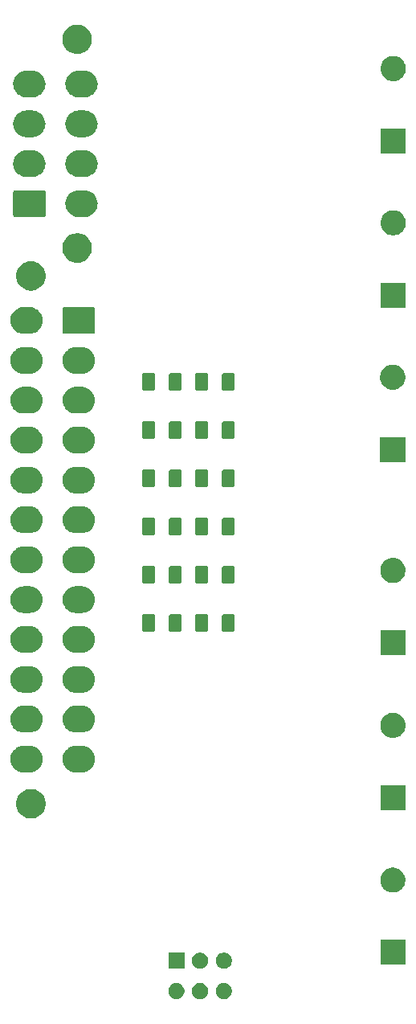
<source format=gbr>
G04 #@! TF.GenerationSoftware,KiCad,Pcbnew,(5.1.6)-1*
G04 #@! TF.CreationDate,2020-12-17T20:47:20-05:00*
G04 #@! TF.ProjectId,atx2,61747832-2e6b-4696-9361-645f70636258,rev?*
G04 #@! TF.SameCoordinates,Original*
G04 #@! TF.FileFunction,Soldermask,Top*
G04 #@! TF.FilePolarity,Negative*
%FSLAX46Y46*%
G04 Gerber Fmt 4.6, Leading zero omitted, Abs format (unit mm)*
G04 Created by KiCad (PCBNEW (5.1.6)-1) date 2020-12-17 20:47:20*
%MOMM*%
%LPD*%
G01*
G04 APERTURE LIST*
%ADD10C,0.100000*%
G04 APERTURE END LIST*
D10*
G36*
X79416228Y-145637703D02*
G01*
X79571100Y-145701853D01*
X79710481Y-145794985D01*
X79829015Y-145913519D01*
X79922147Y-146052900D01*
X79986297Y-146207772D01*
X80019000Y-146372184D01*
X80019000Y-146539816D01*
X79986297Y-146704228D01*
X79922147Y-146859100D01*
X79829015Y-146998481D01*
X79710481Y-147117015D01*
X79571100Y-147210147D01*
X79416228Y-147274297D01*
X79251816Y-147307000D01*
X79084184Y-147307000D01*
X78919772Y-147274297D01*
X78764900Y-147210147D01*
X78625519Y-147117015D01*
X78506985Y-146998481D01*
X78413853Y-146859100D01*
X78349703Y-146704228D01*
X78317000Y-146539816D01*
X78317000Y-146372184D01*
X78349703Y-146207772D01*
X78413853Y-146052900D01*
X78506985Y-145913519D01*
X78625519Y-145794985D01*
X78764900Y-145701853D01*
X78919772Y-145637703D01*
X79084184Y-145605000D01*
X79251816Y-145605000D01*
X79416228Y-145637703D01*
G37*
G36*
X76916228Y-145637703D02*
G01*
X77071100Y-145701853D01*
X77210481Y-145794985D01*
X77329015Y-145913519D01*
X77422147Y-146052900D01*
X77486297Y-146207772D01*
X77519000Y-146372184D01*
X77519000Y-146539816D01*
X77486297Y-146704228D01*
X77422147Y-146859100D01*
X77329015Y-146998481D01*
X77210481Y-147117015D01*
X77071100Y-147210147D01*
X76916228Y-147274297D01*
X76751816Y-147307000D01*
X76584184Y-147307000D01*
X76419772Y-147274297D01*
X76264900Y-147210147D01*
X76125519Y-147117015D01*
X76006985Y-146998481D01*
X75913853Y-146859100D01*
X75849703Y-146704228D01*
X75817000Y-146539816D01*
X75817000Y-146372184D01*
X75849703Y-146207772D01*
X75913853Y-146052900D01*
X76006985Y-145913519D01*
X76125519Y-145794985D01*
X76264900Y-145701853D01*
X76419772Y-145637703D01*
X76584184Y-145605000D01*
X76751816Y-145605000D01*
X76916228Y-145637703D01*
G37*
G36*
X74416228Y-145637703D02*
G01*
X74571100Y-145701853D01*
X74710481Y-145794985D01*
X74829015Y-145913519D01*
X74922147Y-146052900D01*
X74986297Y-146207772D01*
X75019000Y-146372184D01*
X75019000Y-146539816D01*
X74986297Y-146704228D01*
X74922147Y-146859100D01*
X74829015Y-146998481D01*
X74710481Y-147117015D01*
X74571100Y-147210147D01*
X74416228Y-147274297D01*
X74251816Y-147307000D01*
X74084184Y-147307000D01*
X73919772Y-147274297D01*
X73764900Y-147210147D01*
X73625519Y-147117015D01*
X73506985Y-146998481D01*
X73413853Y-146859100D01*
X73349703Y-146704228D01*
X73317000Y-146539816D01*
X73317000Y-146372184D01*
X73349703Y-146207772D01*
X73413853Y-146052900D01*
X73506985Y-145913519D01*
X73625519Y-145794985D01*
X73764900Y-145701853D01*
X73919772Y-145637703D01*
X74084184Y-145605000D01*
X74251816Y-145605000D01*
X74416228Y-145637703D01*
G37*
G36*
X75019000Y-144107000D02*
G01*
X73317000Y-144107000D01*
X73317000Y-142405000D01*
X75019000Y-142405000D01*
X75019000Y-144107000D01*
G37*
G36*
X79416228Y-142437703D02*
G01*
X79571100Y-142501853D01*
X79710481Y-142594985D01*
X79829015Y-142713519D01*
X79922147Y-142852900D01*
X79986297Y-143007772D01*
X80019000Y-143172184D01*
X80019000Y-143339816D01*
X79986297Y-143504228D01*
X79922147Y-143659100D01*
X79829015Y-143798481D01*
X79710481Y-143917015D01*
X79571100Y-144010147D01*
X79416228Y-144074297D01*
X79251816Y-144107000D01*
X79084184Y-144107000D01*
X78919772Y-144074297D01*
X78764900Y-144010147D01*
X78625519Y-143917015D01*
X78506985Y-143798481D01*
X78413853Y-143659100D01*
X78349703Y-143504228D01*
X78317000Y-143339816D01*
X78317000Y-143172184D01*
X78349703Y-143007772D01*
X78413853Y-142852900D01*
X78506985Y-142713519D01*
X78625519Y-142594985D01*
X78764900Y-142501853D01*
X78919772Y-142437703D01*
X79084184Y-142405000D01*
X79251816Y-142405000D01*
X79416228Y-142437703D01*
G37*
G36*
X76916228Y-142437703D02*
G01*
X77071100Y-142501853D01*
X77210481Y-142594985D01*
X77329015Y-142713519D01*
X77422147Y-142852900D01*
X77486297Y-143007772D01*
X77519000Y-143172184D01*
X77519000Y-143339816D01*
X77486297Y-143504228D01*
X77422147Y-143659100D01*
X77329015Y-143798481D01*
X77210481Y-143917015D01*
X77071100Y-144010147D01*
X76916228Y-144074297D01*
X76751816Y-144107000D01*
X76584184Y-144107000D01*
X76419772Y-144074297D01*
X76264900Y-144010147D01*
X76125519Y-143917015D01*
X76006985Y-143798481D01*
X75913853Y-143659100D01*
X75849703Y-143504228D01*
X75817000Y-143339816D01*
X75817000Y-143172184D01*
X75849703Y-143007772D01*
X75913853Y-142852900D01*
X76006985Y-142713519D01*
X76125519Y-142594985D01*
X76264900Y-142501853D01*
X76419772Y-142437703D01*
X76584184Y-142405000D01*
X76751816Y-142405000D01*
X76916228Y-142437703D01*
G37*
G36*
X98321060Y-143703240D02*
G01*
X95679060Y-143703240D01*
X95679060Y-141061240D01*
X98321060Y-141061240D01*
X98321060Y-143703240D01*
G37*
G36*
X97257774Y-133466622D02*
G01*
X97385382Y-133492005D01*
X97526208Y-133550337D01*
X97625787Y-133591584D01*
X97625788Y-133591585D01*
X97842149Y-133736152D01*
X98026148Y-133920151D01*
X98122745Y-134064719D01*
X98170716Y-134136513D01*
X98211963Y-134236092D01*
X98270295Y-134376918D01*
X98321060Y-134632133D01*
X98321060Y-134892347D01*
X98270295Y-135147562D01*
X98211963Y-135288388D01*
X98170716Y-135387967D01*
X98170715Y-135387968D01*
X98026148Y-135604329D01*
X97842149Y-135788328D01*
X97697581Y-135884925D01*
X97625787Y-135932896D01*
X97526208Y-135974143D01*
X97385382Y-136032475D01*
X97257774Y-136057858D01*
X97130169Y-136083240D01*
X96869951Y-136083240D01*
X96742346Y-136057858D01*
X96614738Y-136032475D01*
X96473912Y-135974143D01*
X96374333Y-135932896D01*
X96302539Y-135884925D01*
X96157971Y-135788328D01*
X95973972Y-135604329D01*
X95829405Y-135387968D01*
X95829404Y-135387967D01*
X95788157Y-135288388D01*
X95729825Y-135147562D01*
X95679060Y-134892347D01*
X95679060Y-134632133D01*
X95729825Y-134376918D01*
X95788157Y-134236092D01*
X95829404Y-134136513D01*
X95877375Y-134064719D01*
X95973972Y-133920151D01*
X96157971Y-133736152D01*
X96374332Y-133591585D01*
X96374333Y-133591584D01*
X96473912Y-133550337D01*
X96614738Y-133492005D01*
X96742346Y-133466622D01*
X96869951Y-133441240D01*
X97130169Y-133441240D01*
X97257774Y-133466622D01*
G37*
G36*
X59143585Y-125197802D02*
G01*
X59293410Y-125227604D01*
X59575674Y-125344521D01*
X59829705Y-125514259D01*
X60045741Y-125730295D01*
X60215479Y-125984326D01*
X60332396Y-126266590D01*
X60392000Y-126566240D01*
X60392000Y-126871760D01*
X60332396Y-127171410D01*
X60215479Y-127453674D01*
X60045741Y-127707705D01*
X59829705Y-127923741D01*
X59575674Y-128093479D01*
X59293410Y-128210396D01*
X59143585Y-128240198D01*
X58993761Y-128270000D01*
X58688239Y-128270000D01*
X58538415Y-128240198D01*
X58388590Y-128210396D01*
X58106326Y-128093479D01*
X57852295Y-127923741D01*
X57636259Y-127707705D01*
X57466521Y-127453674D01*
X57349604Y-127171410D01*
X57290000Y-126871760D01*
X57290000Y-126566240D01*
X57349604Y-126266590D01*
X57466521Y-125984326D01*
X57636259Y-125730295D01*
X57852295Y-125514259D01*
X58106326Y-125344521D01*
X58388590Y-125227604D01*
X58538415Y-125197802D01*
X58688239Y-125168000D01*
X58993761Y-125168000D01*
X59143585Y-125197802D01*
G37*
G36*
X98323600Y-127406600D02*
G01*
X95681600Y-127406600D01*
X95681600Y-124764600D01*
X98323600Y-124764600D01*
X98323600Y-127406600D01*
G37*
G36*
X58852731Y-120628136D02*
G01*
X58955644Y-120638272D01*
X59151017Y-120697538D01*
X59219737Y-120718384D01*
X59449202Y-120841036D01*
X59463120Y-120848475D01*
X59518691Y-120894082D01*
X59676450Y-121023550D01*
X59805918Y-121181309D01*
X59851525Y-121236880D01*
X59851526Y-121236882D01*
X59981616Y-121480263D01*
X59981617Y-121480267D01*
X60061728Y-121744356D01*
X60088778Y-122019000D01*
X60061728Y-122293644D01*
X60002462Y-122489017D01*
X59981616Y-122557737D01*
X59858964Y-122787202D01*
X59851525Y-122801120D01*
X59805918Y-122856691D01*
X59676450Y-123014450D01*
X59518691Y-123143918D01*
X59463120Y-123189525D01*
X59463118Y-123189526D01*
X59219737Y-123319616D01*
X59151017Y-123340462D01*
X58955644Y-123399728D01*
X58852731Y-123409864D01*
X58749820Y-123420000D01*
X58012180Y-123420000D01*
X57909269Y-123409864D01*
X57806356Y-123399728D01*
X57610983Y-123340462D01*
X57542263Y-123319616D01*
X57298882Y-123189526D01*
X57298880Y-123189525D01*
X57243309Y-123143918D01*
X57085550Y-123014450D01*
X56956082Y-122856691D01*
X56910475Y-122801120D01*
X56903036Y-122787202D01*
X56780384Y-122557737D01*
X56759538Y-122489017D01*
X56700272Y-122293644D01*
X56673222Y-122019000D01*
X56700272Y-121744356D01*
X56780383Y-121480267D01*
X56780384Y-121480263D01*
X56910474Y-121236882D01*
X56910475Y-121236880D01*
X56956082Y-121181309D01*
X57085550Y-121023550D01*
X57243309Y-120894082D01*
X57298880Y-120848475D01*
X57312798Y-120841036D01*
X57542263Y-120718384D01*
X57610983Y-120697538D01*
X57806356Y-120638272D01*
X57909269Y-120628136D01*
X58012180Y-120618000D01*
X58749820Y-120618000D01*
X58852731Y-120628136D01*
G37*
G36*
X64352731Y-120628136D02*
G01*
X64455644Y-120638272D01*
X64651017Y-120697538D01*
X64719737Y-120718384D01*
X64949202Y-120841036D01*
X64963120Y-120848475D01*
X65018691Y-120894082D01*
X65176450Y-121023550D01*
X65305918Y-121181309D01*
X65351525Y-121236880D01*
X65351526Y-121236882D01*
X65481616Y-121480263D01*
X65481617Y-121480267D01*
X65561728Y-121744356D01*
X65588778Y-122019000D01*
X65561728Y-122293644D01*
X65502462Y-122489017D01*
X65481616Y-122557737D01*
X65358964Y-122787202D01*
X65351525Y-122801120D01*
X65305918Y-122856691D01*
X65176450Y-123014450D01*
X65018691Y-123143918D01*
X64963120Y-123189525D01*
X64963118Y-123189526D01*
X64719737Y-123319616D01*
X64651017Y-123340462D01*
X64455644Y-123399728D01*
X64352731Y-123409864D01*
X64249820Y-123420000D01*
X63512180Y-123420000D01*
X63409269Y-123409864D01*
X63306356Y-123399728D01*
X63110983Y-123340462D01*
X63042263Y-123319616D01*
X62798882Y-123189526D01*
X62798880Y-123189525D01*
X62743309Y-123143918D01*
X62585550Y-123014450D01*
X62456082Y-122856691D01*
X62410475Y-122801120D01*
X62403036Y-122787202D01*
X62280384Y-122557737D01*
X62259538Y-122489017D01*
X62200272Y-122293644D01*
X62173222Y-122019000D01*
X62200272Y-121744356D01*
X62280383Y-121480267D01*
X62280384Y-121480263D01*
X62410474Y-121236882D01*
X62410475Y-121236880D01*
X62456082Y-121181309D01*
X62585550Y-121023550D01*
X62743309Y-120894082D01*
X62798880Y-120848475D01*
X62812798Y-120841036D01*
X63042263Y-120718384D01*
X63110983Y-120697538D01*
X63306356Y-120638272D01*
X63409269Y-120628136D01*
X63512180Y-120618000D01*
X64249820Y-120618000D01*
X64352731Y-120628136D01*
G37*
G36*
X97260315Y-117169983D02*
G01*
X97387922Y-117195365D01*
X97528748Y-117253697D01*
X97628327Y-117294944D01*
X97628328Y-117294945D01*
X97844689Y-117439512D01*
X98028688Y-117623511D01*
X98125285Y-117768079D01*
X98173256Y-117839873D01*
X98214503Y-117939452D01*
X98272835Y-118080278D01*
X98298218Y-118207886D01*
X98323600Y-118335491D01*
X98323600Y-118595709D01*
X98298217Y-118723315D01*
X98272835Y-118850922D01*
X98215423Y-118989525D01*
X98173256Y-119091327D01*
X98173255Y-119091328D01*
X98028688Y-119307689D01*
X97844689Y-119491688D01*
X97700121Y-119588285D01*
X97628327Y-119636256D01*
X97528748Y-119677503D01*
X97387922Y-119735835D01*
X97260314Y-119761218D01*
X97132709Y-119786600D01*
X96872491Y-119786600D01*
X96744886Y-119761218D01*
X96617278Y-119735835D01*
X96476452Y-119677503D01*
X96376873Y-119636256D01*
X96305079Y-119588285D01*
X96160511Y-119491688D01*
X95976512Y-119307689D01*
X95831945Y-119091328D01*
X95831944Y-119091327D01*
X95789777Y-118989525D01*
X95732365Y-118850922D01*
X95706983Y-118723315D01*
X95681600Y-118595709D01*
X95681600Y-118335491D01*
X95706982Y-118207886D01*
X95732365Y-118080278D01*
X95790697Y-117939452D01*
X95831944Y-117839873D01*
X95879915Y-117768079D01*
X95976512Y-117623511D01*
X96160511Y-117439512D01*
X96376872Y-117294945D01*
X96376873Y-117294944D01*
X96476452Y-117253697D01*
X96617278Y-117195365D01*
X96744885Y-117169983D01*
X96872491Y-117144600D01*
X97132709Y-117144600D01*
X97260315Y-117169983D01*
G37*
G36*
X58852731Y-116428136D02*
G01*
X58955644Y-116438272D01*
X59151017Y-116497538D01*
X59219737Y-116518384D01*
X59449202Y-116641036D01*
X59463120Y-116648475D01*
X59518691Y-116694082D01*
X59676450Y-116823550D01*
X59805918Y-116981309D01*
X59851525Y-117036880D01*
X59851526Y-117036882D01*
X59981616Y-117280263D01*
X59981617Y-117280267D01*
X60061728Y-117544356D01*
X60088778Y-117819000D01*
X60061728Y-118093644D01*
X60002462Y-118289017D01*
X59981616Y-118357737D01*
X59858964Y-118587202D01*
X59851525Y-118601120D01*
X59805918Y-118656691D01*
X59676450Y-118814450D01*
X59518691Y-118943918D01*
X59463120Y-118989525D01*
X59463118Y-118989526D01*
X59219737Y-119119616D01*
X59151017Y-119140462D01*
X58955644Y-119199728D01*
X58852731Y-119209864D01*
X58749820Y-119220000D01*
X58012180Y-119220000D01*
X57909269Y-119209864D01*
X57806356Y-119199728D01*
X57610983Y-119140462D01*
X57542263Y-119119616D01*
X57298882Y-118989526D01*
X57298880Y-118989525D01*
X57243309Y-118943918D01*
X57085550Y-118814450D01*
X56956082Y-118656691D01*
X56910475Y-118601120D01*
X56903036Y-118587202D01*
X56780384Y-118357737D01*
X56759538Y-118289017D01*
X56700272Y-118093644D01*
X56673222Y-117819000D01*
X56700272Y-117544356D01*
X56780383Y-117280267D01*
X56780384Y-117280263D01*
X56910474Y-117036882D01*
X56910475Y-117036880D01*
X56956082Y-116981309D01*
X57085550Y-116823550D01*
X57243309Y-116694082D01*
X57298880Y-116648475D01*
X57312798Y-116641036D01*
X57542263Y-116518384D01*
X57610983Y-116497538D01*
X57806356Y-116438272D01*
X57909269Y-116428136D01*
X58012180Y-116418000D01*
X58749820Y-116418000D01*
X58852731Y-116428136D01*
G37*
G36*
X64352731Y-116428136D02*
G01*
X64455644Y-116438272D01*
X64651017Y-116497538D01*
X64719737Y-116518384D01*
X64949202Y-116641036D01*
X64963120Y-116648475D01*
X65018691Y-116694082D01*
X65176450Y-116823550D01*
X65305918Y-116981309D01*
X65351525Y-117036880D01*
X65351526Y-117036882D01*
X65481616Y-117280263D01*
X65481617Y-117280267D01*
X65561728Y-117544356D01*
X65588778Y-117819000D01*
X65561728Y-118093644D01*
X65502462Y-118289017D01*
X65481616Y-118357737D01*
X65358964Y-118587202D01*
X65351525Y-118601120D01*
X65305918Y-118656691D01*
X65176450Y-118814450D01*
X65018691Y-118943918D01*
X64963120Y-118989525D01*
X64963118Y-118989526D01*
X64719737Y-119119616D01*
X64651017Y-119140462D01*
X64455644Y-119199728D01*
X64352731Y-119209864D01*
X64249820Y-119220000D01*
X63512180Y-119220000D01*
X63409269Y-119209864D01*
X63306356Y-119199728D01*
X63110983Y-119140462D01*
X63042263Y-119119616D01*
X62798882Y-118989526D01*
X62798880Y-118989525D01*
X62743309Y-118943918D01*
X62585550Y-118814450D01*
X62456082Y-118656691D01*
X62410475Y-118601120D01*
X62403036Y-118587202D01*
X62280384Y-118357737D01*
X62259538Y-118289017D01*
X62200272Y-118093644D01*
X62173222Y-117819000D01*
X62200272Y-117544356D01*
X62280383Y-117280267D01*
X62280384Y-117280263D01*
X62410474Y-117036882D01*
X62410475Y-117036880D01*
X62456082Y-116981309D01*
X62585550Y-116823550D01*
X62743309Y-116694082D01*
X62798880Y-116648475D01*
X62812798Y-116641036D01*
X63042263Y-116518384D01*
X63110983Y-116497538D01*
X63306356Y-116438272D01*
X63409269Y-116428136D01*
X63512180Y-116418000D01*
X64249820Y-116418000D01*
X64352731Y-116428136D01*
G37*
G36*
X58852731Y-112228136D02*
G01*
X58955644Y-112238272D01*
X59151017Y-112297538D01*
X59219737Y-112318384D01*
X59449202Y-112441036D01*
X59463120Y-112448475D01*
X59518691Y-112494082D01*
X59676450Y-112623550D01*
X59805918Y-112781309D01*
X59851525Y-112836880D01*
X59851526Y-112836882D01*
X59981616Y-113080263D01*
X59981617Y-113080267D01*
X60061728Y-113344356D01*
X60088778Y-113619000D01*
X60061728Y-113893644D01*
X60002462Y-114089017D01*
X59981616Y-114157737D01*
X59858964Y-114387202D01*
X59851525Y-114401120D01*
X59805918Y-114456691D01*
X59676450Y-114614450D01*
X59518691Y-114743918D01*
X59463120Y-114789525D01*
X59463118Y-114789526D01*
X59219737Y-114919616D01*
X59151017Y-114940462D01*
X58955644Y-114999728D01*
X58852731Y-115009864D01*
X58749820Y-115020000D01*
X58012180Y-115020000D01*
X57909269Y-115009864D01*
X57806356Y-114999728D01*
X57610983Y-114940462D01*
X57542263Y-114919616D01*
X57298882Y-114789526D01*
X57298880Y-114789525D01*
X57243309Y-114743918D01*
X57085550Y-114614450D01*
X56956082Y-114456691D01*
X56910475Y-114401120D01*
X56903036Y-114387202D01*
X56780384Y-114157737D01*
X56759538Y-114089017D01*
X56700272Y-113893644D01*
X56673222Y-113619000D01*
X56700272Y-113344356D01*
X56780383Y-113080267D01*
X56780384Y-113080263D01*
X56910474Y-112836882D01*
X56910475Y-112836880D01*
X56956082Y-112781309D01*
X57085550Y-112623550D01*
X57243309Y-112494082D01*
X57298880Y-112448475D01*
X57312798Y-112441036D01*
X57542263Y-112318384D01*
X57610983Y-112297538D01*
X57806356Y-112238272D01*
X57909269Y-112228136D01*
X58012180Y-112218000D01*
X58749820Y-112218000D01*
X58852731Y-112228136D01*
G37*
G36*
X64352731Y-112228136D02*
G01*
X64455644Y-112238272D01*
X64651017Y-112297538D01*
X64719737Y-112318384D01*
X64949202Y-112441036D01*
X64963120Y-112448475D01*
X65018691Y-112494082D01*
X65176450Y-112623550D01*
X65305918Y-112781309D01*
X65351525Y-112836880D01*
X65351526Y-112836882D01*
X65481616Y-113080263D01*
X65481617Y-113080267D01*
X65561728Y-113344356D01*
X65588778Y-113619000D01*
X65561728Y-113893644D01*
X65502462Y-114089017D01*
X65481616Y-114157737D01*
X65358964Y-114387202D01*
X65351525Y-114401120D01*
X65305918Y-114456691D01*
X65176450Y-114614450D01*
X65018691Y-114743918D01*
X64963120Y-114789525D01*
X64963118Y-114789526D01*
X64719737Y-114919616D01*
X64651017Y-114940462D01*
X64455644Y-114999728D01*
X64352731Y-115009864D01*
X64249820Y-115020000D01*
X63512180Y-115020000D01*
X63409269Y-115009864D01*
X63306356Y-114999728D01*
X63110983Y-114940462D01*
X63042263Y-114919616D01*
X62798882Y-114789526D01*
X62798880Y-114789525D01*
X62743309Y-114743918D01*
X62585550Y-114614450D01*
X62456082Y-114456691D01*
X62410475Y-114401120D01*
X62403036Y-114387202D01*
X62280384Y-114157737D01*
X62259538Y-114089017D01*
X62200272Y-113893644D01*
X62173222Y-113619000D01*
X62200272Y-113344356D01*
X62280383Y-113080267D01*
X62280384Y-113080263D01*
X62410474Y-112836882D01*
X62410475Y-112836880D01*
X62456082Y-112781309D01*
X62585550Y-112623550D01*
X62743309Y-112494082D01*
X62798880Y-112448475D01*
X62812798Y-112441036D01*
X63042263Y-112318384D01*
X63110983Y-112297538D01*
X63306356Y-112238272D01*
X63409269Y-112228136D01*
X63512180Y-112218000D01*
X64249820Y-112218000D01*
X64352731Y-112228136D01*
G37*
G36*
X98326001Y-111074001D02*
G01*
X95684001Y-111074001D01*
X95684001Y-108432001D01*
X98326001Y-108432001D01*
X98326001Y-111074001D01*
G37*
G36*
X58852731Y-108028136D02*
G01*
X58955644Y-108038272D01*
X59151017Y-108097538D01*
X59219737Y-108118384D01*
X59449202Y-108241036D01*
X59463120Y-108248475D01*
X59518691Y-108294082D01*
X59676450Y-108423550D01*
X59767767Y-108534821D01*
X59851525Y-108636880D01*
X59851526Y-108636882D01*
X59981616Y-108880263D01*
X59981617Y-108880267D01*
X60061728Y-109144356D01*
X60088778Y-109419000D01*
X60061728Y-109693644D01*
X60002462Y-109889017D01*
X59981616Y-109957737D01*
X59858964Y-110187202D01*
X59851525Y-110201120D01*
X59805918Y-110256691D01*
X59676450Y-110414450D01*
X59518691Y-110543918D01*
X59463120Y-110589525D01*
X59463118Y-110589526D01*
X59219737Y-110719616D01*
X59151017Y-110740462D01*
X58955644Y-110799728D01*
X58852731Y-110809864D01*
X58749820Y-110820000D01*
X58012180Y-110820000D01*
X57909269Y-110809864D01*
X57806356Y-110799728D01*
X57610983Y-110740462D01*
X57542263Y-110719616D01*
X57298882Y-110589526D01*
X57298880Y-110589525D01*
X57243309Y-110543918D01*
X57085550Y-110414450D01*
X56956082Y-110256691D01*
X56910475Y-110201120D01*
X56903036Y-110187202D01*
X56780384Y-109957737D01*
X56759538Y-109889017D01*
X56700272Y-109693644D01*
X56673222Y-109419000D01*
X56700272Y-109144356D01*
X56780383Y-108880267D01*
X56780384Y-108880263D01*
X56910474Y-108636882D01*
X56910475Y-108636880D01*
X56994233Y-108534821D01*
X57085550Y-108423550D01*
X57243309Y-108294082D01*
X57298880Y-108248475D01*
X57312798Y-108241036D01*
X57542263Y-108118384D01*
X57610983Y-108097538D01*
X57806356Y-108038272D01*
X57909269Y-108028136D01*
X58012180Y-108018000D01*
X58749820Y-108018000D01*
X58852731Y-108028136D01*
G37*
G36*
X64352731Y-108028136D02*
G01*
X64455644Y-108038272D01*
X64651017Y-108097538D01*
X64719737Y-108118384D01*
X64949202Y-108241036D01*
X64963120Y-108248475D01*
X65018691Y-108294082D01*
X65176450Y-108423550D01*
X65267767Y-108534821D01*
X65351525Y-108636880D01*
X65351526Y-108636882D01*
X65481616Y-108880263D01*
X65481617Y-108880267D01*
X65561728Y-109144356D01*
X65588778Y-109419000D01*
X65561728Y-109693644D01*
X65502462Y-109889017D01*
X65481616Y-109957737D01*
X65358964Y-110187202D01*
X65351525Y-110201120D01*
X65305918Y-110256691D01*
X65176450Y-110414450D01*
X65018691Y-110543918D01*
X64963120Y-110589525D01*
X64963118Y-110589526D01*
X64719737Y-110719616D01*
X64651017Y-110740462D01*
X64455644Y-110799728D01*
X64352731Y-110809864D01*
X64249820Y-110820000D01*
X63512180Y-110820000D01*
X63409269Y-110809864D01*
X63306356Y-110799728D01*
X63110983Y-110740462D01*
X63042263Y-110719616D01*
X62798882Y-110589526D01*
X62798880Y-110589525D01*
X62743309Y-110543918D01*
X62585550Y-110414450D01*
X62456082Y-110256691D01*
X62410475Y-110201120D01*
X62403036Y-110187202D01*
X62280384Y-109957737D01*
X62259538Y-109889017D01*
X62200272Y-109693644D01*
X62173222Y-109419000D01*
X62200272Y-109144356D01*
X62280383Y-108880267D01*
X62280384Y-108880263D01*
X62410474Y-108636882D01*
X62410475Y-108636880D01*
X62494233Y-108534821D01*
X62585550Y-108423550D01*
X62743309Y-108294082D01*
X62798880Y-108248475D01*
X62812798Y-108241036D01*
X63042263Y-108118384D01*
X63110983Y-108097538D01*
X63306356Y-108038272D01*
X63409269Y-108028136D01*
X63512180Y-108018000D01*
X64249820Y-108018000D01*
X64352731Y-108028136D01*
G37*
G36*
X71762604Y-106774347D02*
G01*
X71799144Y-106785432D01*
X71832821Y-106803433D01*
X71862341Y-106827659D01*
X71886567Y-106857179D01*
X71904568Y-106890856D01*
X71915653Y-106927396D01*
X71920000Y-106971538D01*
X71920000Y-108420462D01*
X71915653Y-108464604D01*
X71904568Y-108501144D01*
X71886567Y-108534821D01*
X71862341Y-108564341D01*
X71832821Y-108588567D01*
X71799144Y-108606568D01*
X71762604Y-108617653D01*
X71718462Y-108622000D01*
X70769538Y-108622000D01*
X70725396Y-108617653D01*
X70688856Y-108606568D01*
X70655179Y-108588567D01*
X70625659Y-108564341D01*
X70601433Y-108534821D01*
X70583432Y-108501144D01*
X70572347Y-108464604D01*
X70568000Y-108420462D01*
X70568000Y-106971538D01*
X70572347Y-106927396D01*
X70583432Y-106890856D01*
X70601433Y-106857179D01*
X70625659Y-106827659D01*
X70655179Y-106803433D01*
X70688856Y-106785432D01*
X70725396Y-106774347D01*
X70769538Y-106770000D01*
X71718462Y-106770000D01*
X71762604Y-106774347D01*
G37*
G36*
X77350604Y-106774347D02*
G01*
X77387144Y-106785432D01*
X77420821Y-106803433D01*
X77450341Y-106827659D01*
X77474567Y-106857179D01*
X77492568Y-106890856D01*
X77503653Y-106927396D01*
X77508000Y-106971538D01*
X77508000Y-108420462D01*
X77503653Y-108464604D01*
X77492568Y-108501144D01*
X77474567Y-108534821D01*
X77450341Y-108564341D01*
X77420821Y-108588567D01*
X77387144Y-108606568D01*
X77350604Y-108617653D01*
X77306462Y-108622000D01*
X76357538Y-108622000D01*
X76313396Y-108617653D01*
X76276856Y-108606568D01*
X76243179Y-108588567D01*
X76213659Y-108564341D01*
X76189433Y-108534821D01*
X76171432Y-108501144D01*
X76160347Y-108464604D01*
X76156000Y-108420462D01*
X76156000Y-106971538D01*
X76160347Y-106927396D01*
X76171432Y-106890856D01*
X76189433Y-106857179D01*
X76213659Y-106827659D01*
X76243179Y-106803433D01*
X76276856Y-106785432D01*
X76313396Y-106774347D01*
X76357538Y-106770000D01*
X77306462Y-106770000D01*
X77350604Y-106774347D01*
G37*
G36*
X80150604Y-106774347D02*
G01*
X80187144Y-106785432D01*
X80220821Y-106803433D01*
X80250341Y-106827659D01*
X80274567Y-106857179D01*
X80292568Y-106890856D01*
X80303653Y-106927396D01*
X80308000Y-106971538D01*
X80308000Y-108420462D01*
X80303653Y-108464604D01*
X80292568Y-108501144D01*
X80274567Y-108534821D01*
X80250341Y-108564341D01*
X80220821Y-108588567D01*
X80187144Y-108606568D01*
X80150604Y-108617653D01*
X80106462Y-108622000D01*
X79157538Y-108622000D01*
X79113396Y-108617653D01*
X79076856Y-108606568D01*
X79043179Y-108588567D01*
X79013659Y-108564341D01*
X78989433Y-108534821D01*
X78971432Y-108501144D01*
X78960347Y-108464604D01*
X78956000Y-108420462D01*
X78956000Y-106971538D01*
X78960347Y-106927396D01*
X78971432Y-106890856D01*
X78989433Y-106857179D01*
X79013659Y-106827659D01*
X79043179Y-106803433D01*
X79076856Y-106785432D01*
X79113396Y-106774347D01*
X79157538Y-106770000D01*
X80106462Y-106770000D01*
X80150604Y-106774347D01*
G37*
G36*
X74562604Y-106774347D02*
G01*
X74599144Y-106785432D01*
X74632821Y-106803433D01*
X74662341Y-106827659D01*
X74686567Y-106857179D01*
X74704568Y-106890856D01*
X74715653Y-106927396D01*
X74720000Y-106971538D01*
X74720000Y-108420462D01*
X74715653Y-108464604D01*
X74704568Y-108501144D01*
X74686567Y-108534821D01*
X74662341Y-108564341D01*
X74632821Y-108588567D01*
X74599144Y-108606568D01*
X74562604Y-108617653D01*
X74518462Y-108622000D01*
X73569538Y-108622000D01*
X73525396Y-108617653D01*
X73488856Y-108606568D01*
X73455179Y-108588567D01*
X73425659Y-108564341D01*
X73401433Y-108534821D01*
X73383432Y-108501144D01*
X73372347Y-108464604D01*
X73368000Y-108420462D01*
X73368000Y-106971538D01*
X73372347Y-106927396D01*
X73383432Y-106890856D01*
X73401433Y-106857179D01*
X73425659Y-106827659D01*
X73455179Y-106803433D01*
X73488856Y-106785432D01*
X73525396Y-106774347D01*
X73569538Y-106770000D01*
X74518462Y-106770000D01*
X74562604Y-106774347D01*
G37*
G36*
X64352731Y-103828136D02*
G01*
X64455644Y-103838272D01*
X64651017Y-103897538D01*
X64719737Y-103918384D01*
X64949202Y-104041036D01*
X64963120Y-104048475D01*
X65018691Y-104094082D01*
X65176450Y-104223550D01*
X65305918Y-104381309D01*
X65351525Y-104436880D01*
X65351526Y-104436882D01*
X65481616Y-104680263D01*
X65481617Y-104680267D01*
X65561728Y-104944356D01*
X65588778Y-105219000D01*
X65561728Y-105493644D01*
X65502462Y-105689017D01*
X65481616Y-105757737D01*
X65358964Y-105987202D01*
X65351525Y-106001120D01*
X65305918Y-106056691D01*
X65176450Y-106214450D01*
X65018691Y-106343918D01*
X64963120Y-106389525D01*
X64963118Y-106389526D01*
X64719737Y-106519616D01*
X64651017Y-106540462D01*
X64455644Y-106599728D01*
X64352731Y-106609864D01*
X64249820Y-106620000D01*
X63512180Y-106620000D01*
X63409269Y-106609864D01*
X63306356Y-106599728D01*
X63110983Y-106540462D01*
X63042263Y-106519616D01*
X62798882Y-106389526D01*
X62798880Y-106389525D01*
X62743309Y-106343918D01*
X62585550Y-106214450D01*
X62456082Y-106056691D01*
X62410475Y-106001120D01*
X62403036Y-105987202D01*
X62280384Y-105757737D01*
X62259538Y-105689017D01*
X62200272Y-105493644D01*
X62173222Y-105219000D01*
X62200272Y-104944356D01*
X62280383Y-104680267D01*
X62280384Y-104680263D01*
X62410474Y-104436882D01*
X62410475Y-104436880D01*
X62456082Y-104381309D01*
X62585550Y-104223550D01*
X62743309Y-104094082D01*
X62798880Y-104048475D01*
X62812798Y-104041036D01*
X63042263Y-103918384D01*
X63110983Y-103897538D01*
X63306356Y-103838272D01*
X63409269Y-103828136D01*
X63512180Y-103818000D01*
X64249820Y-103818000D01*
X64352731Y-103828136D01*
G37*
G36*
X58852731Y-103828136D02*
G01*
X58955644Y-103838272D01*
X59151017Y-103897538D01*
X59219737Y-103918384D01*
X59449202Y-104041036D01*
X59463120Y-104048475D01*
X59518691Y-104094082D01*
X59676450Y-104223550D01*
X59805918Y-104381309D01*
X59851525Y-104436880D01*
X59851526Y-104436882D01*
X59981616Y-104680263D01*
X59981617Y-104680267D01*
X60061728Y-104944356D01*
X60088778Y-105219000D01*
X60061728Y-105493644D01*
X60002462Y-105689017D01*
X59981616Y-105757737D01*
X59858964Y-105987202D01*
X59851525Y-106001120D01*
X59805918Y-106056691D01*
X59676450Y-106214450D01*
X59518691Y-106343918D01*
X59463120Y-106389525D01*
X59463118Y-106389526D01*
X59219737Y-106519616D01*
X59151017Y-106540462D01*
X58955644Y-106599728D01*
X58852731Y-106609864D01*
X58749820Y-106620000D01*
X58012180Y-106620000D01*
X57909269Y-106609864D01*
X57806356Y-106599728D01*
X57610983Y-106540462D01*
X57542263Y-106519616D01*
X57298882Y-106389526D01*
X57298880Y-106389525D01*
X57243309Y-106343918D01*
X57085550Y-106214450D01*
X56956082Y-106056691D01*
X56910475Y-106001120D01*
X56903036Y-105987202D01*
X56780384Y-105757737D01*
X56759538Y-105689017D01*
X56700272Y-105493644D01*
X56673222Y-105219000D01*
X56700272Y-104944356D01*
X56780383Y-104680267D01*
X56780384Y-104680263D01*
X56910474Y-104436882D01*
X56910475Y-104436880D01*
X56956082Y-104381309D01*
X57085550Y-104223550D01*
X57243309Y-104094082D01*
X57298880Y-104048475D01*
X57312798Y-104041036D01*
X57542263Y-103918384D01*
X57610983Y-103897538D01*
X57806356Y-103838272D01*
X57909269Y-103828136D01*
X58012180Y-103818000D01*
X58749820Y-103818000D01*
X58852731Y-103828136D01*
G37*
G36*
X74562604Y-101694347D02*
G01*
X74599144Y-101705432D01*
X74632821Y-101723433D01*
X74662341Y-101747659D01*
X74686567Y-101777179D01*
X74704568Y-101810856D01*
X74715653Y-101847396D01*
X74720000Y-101891538D01*
X74720000Y-103340462D01*
X74715653Y-103384604D01*
X74704568Y-103421144D01*
X74686567Y-103454821D01*
X74662341Y-103484341D01*
X74632821Y-103508567D01*
X74599144Y-103526568D01*
X74562604Y-103537653D01*
X74518462Y-103542000D01*
X73569538Y-103542000D01*
X73525396Y-103537653D01*
X73488856Y-103526568D01*
X73455179Y-103508567D01*
X73425659Y-103484341D01*
X73401433Y-103454821D01*
X73383432Y-103421144D01*
X73372347Y-103384604D01*
X73368000Y-103340462D01*
X73368000Y-101891538D01*
X73372347Y-101847396D01*
X73383432Y-101810856D01*
X73401433Y-101777179D01*
X73425659Y-101747659D01*
X73455179Y-101723433D01*
X73488856Y-101705432D01*
X73525396Y-101694347D01*
X73569538Y-101690000D01*
X74518462Y-101690000D01*
X74562604Y-101694347D01*
G37*
G36*
X71762604Y-101694347D02*
G01*
X71799144Y-101705432D01*
X71832821Y-101723433D01*
X71862341Y-101747659D01*
X71886567Y-101777179D01*
X71904568Y-101810856D01*
X71915653Y-101847396D01*
X71920000Y-101891538D01*
X71920000Y-103340462D01*
X71915653Y-103384604D01*
X71904568Y-103421144D01*
X71886567Y-103454821D01*
X71862341Y-103484341D01*
X71832821Y-103508567D01*
X71799144Y-103526568D01*
X71762604Y-103537653D01*
X71718462Y-103542000D01*
X70769538Y-103542000D01*
X70725396Y-103537653D01*
X70688856Y-103526568D01*
X70655179Y-103508567D01*
X70625659Y-103484341D01*
X70601433Y-103454821D01*
X70583432Y-103421144D01*
X70572347Y-103384604D01*
X70568000Y-103340462D01*
X70568000Y-101891538D01*
X70572347Y-101847396D01*
X70583432Y-101810856D01*
X70601433Y-101777179D01*
X70625659Y-101747659D01*
X70655179Y-101723433D01*
X70688856Y-101705432D01*
X70725396Y-101694347D01*
X70769538Y-101690000D01*
X71718462Y-101690000D01*
X71762604Y-101694347D01*
G37*
G36*
X77350604Y-101694347D02*
G01*
X77387144Y-101705432D01*
X77420821Y-101723433D01*
X77450341Y-101747659D01*
X77474567Y-101777179D01*
X77492568Y-101810856D01*
X77503653Y-101847396D01*
X77508000Y-101891538D01*
X77508000Y-103340462D01*
X77503653Y-103384604D01*
X77492568Y-103421144D01*
X77474567Y-103454821D01*
X77450341Y-103484341D01*
X77420821Y-103508567D01*
X77387144Y-103526568D01*
X77350604Y-103537653D01*
X77306462Y-103542000D01*
X76357538Y-103542000D01*
X76313396Y-103537653D01*
X76276856Y-103526568D01*
X76243179Y-103508567D01*
X76213659Y-103484341D01*
X76189433Y-103454821D01*
X76171432Y-103421144D01*
X76160347Y-103384604D01*
X76156000Y-103340462D01*
X76156000Y-101891538D01*
X76160347Y-101847396D01*
X76171432Y-101810856D01*
X76189433Y-101777179D01*
X76213659Y-101747659D01*
X76243179Y-101723433D01*
X76276856Y-101705432D01*
X76313396Y-101694347D01*
X76357538Y-101690000D01*
X77306462Y-101690000D01*
X77350604Y-101694347D01*
G37*
G36*
X80150604Y-101694347D02*
G01*
X80187144Y-101705432D01*
X80220821Y-101723433D01*
X80250341Y-101747659D01*
X80274567Y-101777179D01*
X80292568Y-101810856D01*
X80303653Y-101847396D01*
X80308000Y-101891538D01*
X80308000Y-103340462D01*
X80303653Y-103384604D01*
X80292568Y-103421144D01*
X80274567Y-103454821D01*
X80250341Y-103484341D01*
X80220821Y-103508567D01*
X80187144Y-103526568D01*
X80150604Y-103537653D01*
X80106462Y-103542000D01*
X79157538Y-103542000D01*
X79113396Y-103537653D01*
X79076856Y-103526568D01*
X79043179Y-103508567D01*
X79013659Y-103484341D01*
X78989433Y-103454821D01*
X78971432Y-103421144D01*
X78960347Y-103384604D01*
X78956000Y-103340462D01*
X78956000Y-101891538D01*
X78960347Y-101847396D01*
X78971432Y-101810856D01*
X78989433Y-101777179D01*
X79013659Y-101747659D01*
X79043179Y-101723433D01*
X79076856Y-101705432D01*
X79113396Y-101694347D01*
X79157538Y-101690000D01*
X80106462Y-101690000D01*
X80150604Y-101694347D01*
G37*
G36*
X97262715Y-100837383D02*
G01*
X97390323Y-100862766D01*
X97531149Y-100921098D01*
X97630728Y-100962345D01*
X97630729Y-100962346D01*
X97847090Y-101106913D01*
X98031089Y-101290912D01*
X98032914Y-101293644D01*
X98175657Y-101507274D01*
X98196559Y-101557737D01*
X98275236Y-101747679D01*
X98295071Y-101847396D01*
X98317549Y-101960400D01*
X98326001Y-102002894D01*
X98326001Y-102263108D01*
X98275236Y-102518323D01*
X98216904Y-102659149D01*
X98175657Y-102758728D01*
X98175656Y-102758729D01*
X98031089Y-102975090D01*
X97847090Y-103159089D01*
X97702522Y-103255686D01*
X97630728Y-103303657D01*
X97580765Y-103324352D01*
X97390323Y-103403236D01*
X97262716Y-103428618D01*
X97135110Y-103454001D01*
X96874892Y-103454001D01*
X96747287Y-103428619D01*
X96619679Y-103403236D01*
X96429237Y-103324352D01*
X96379274Y-103303657D01*
X96307480Y-103255686D01*
X96162912Y-103159089D01*
X95978913Y-102975090D01*
X95834346Y-102758729D01*
X95834345Y-102758728D01*
X95793098Y-102659149D01*
X95734766Y-102518323D01*
X95684001Y-102263108D01*
X95684001Y-102002894D01*
X95692454Y-101960400D01*
X95714931Y-101847396D01*
X95734766Y-101747679D01*
X95813443Y-101557737D01*
X95834345Y-101507274D01*
X95977088Y-101293644D01*
X95978913Y-101290912D01*
X96162912Y-101106913D01*
X96379273Y-100962346D01*
X96379274Y-100962345D01*
X96478853Y-100921098D01*
X96619679Y-100862766D01*
X96747287Y-100837383D01*
X96874892Y-100812001D01*
X97135110Y-100812001D01*
X97262715Y-100837383D01*
G37*
G36*
X58852731Y-99628136D02*
G01*
X58955644Y-99638272D01*
X59151017Y-99697538D01*
X59219737Y-99718384D01*
X59449202Y-99841036D01*
X59463120Y-99848475D01*
X59518691Y-99894082D01*
X59676450Y-100023550D01*
X59805918Y-100181309D01*
X59851525Y-100236880D01*
X59851526Y-100236882D01*
X59981616Y-100480263D01*
X59981617Y-100480267D01*
X60061728Y-100744356D01*
X60088778Y-101019000D01*
X60061728Y-101293644D01*
X60002462Y-101489017D01*
X59981616Y-101557737D01*
X59880100Y-101747659D01*
X59851525Y-101801120D01*
X59813547Y-101847396D01*
X59676450Y-102014450D01*
X59518691Y-102143918D01*
X59463120Y-102189525D01*
X59463118Y-102189526D01*
X59219737Y-102319616D01*
X59151017Y-102340462D01*
X58955644Y-102399728D01*
X58852731Y-102409864D01*
X58749820Y-102420000D01*
X58012180Y-102420000D01*
X57909269Y-102409864D01*
X57806356Y-102399728D01*
X57610983Y-102340462D01*
X57542263Y-102319616D01*
X57298882Y-102189526D01*
X57298880Y-102189525D01*
X57243309Y-102143918D01*
X57085550Y-102014450D01*
X56948453Y-101847396D01*
X56910475Y-101801120D01*
X56881900Y-101747659D01*
X56780384Y-101557737D01*
X56759538Y-101489017D01*
X56700272Y-101293644D01*
X56673222Y-101019000D01*
X56700272Y-100744356D01*
X56780383Y-100480267D01*
X56780384Y-100480263D01*
X56910474Y-100236882D01*
X56910475Y-100236880D01*
X56956082Y-100181309D01*
X57085550Y-100023550D01*
X57243309Y-99894082D01*
X57298880Y-99848475D01*
X57312798Y-99841036D01*
X57542263Y-99718384D01*
X57610983Y-99697538D01*
X57806356Y-99638272D01*
X57909269Y-99628136D01*
X58012180Y-99618000D01*
X58749820Y-99618000D01*
X58852731Y-99628136D01*
G37*
G36*
X64352731Y-99628136D02*
G01*
X64455644Y-99638272D01*
X64651017Y-99697538D01*
X64719737Y-99718384D01*
X64949202Y-99841036D01*
X64963120Y-99848475D01*
X65018691Y-99894082D01*
X65176450Y-100023550D01*
X65305918Y-100181309D01*
X65351525Y-100236880D01*
X65351526Y-100236882D01*
X65481616Y-100480263D01*
X65481617Y-100480267D01*
X65561728Y-100744356D01*
X65588778Y-101019000D01*
X65561728Y-101293644D01*
X65502462Y-101489017D01*
X65481616Y-101557737D01*
X65380100Y-101747659D01*
X65351525Y-101801120D01*
X65313547Y-101847396D01*
X65176450Y-102014450D01*
X65018691Y-102143918D01*
X64963120Y-102189525D01*
X64963118Y-102189526D01*
X64719737Y-102319616D01*
X64651017Y-102340462D01*
X64455644Y-102399728D01*
X64352731Y-102409864D01*
X64249820Y-102420000D01*
X63512180Y-102420000D01*
X63409269Y-102409864D01*
X63306356Y-102399728D01*
X63110983Y-102340462D01*
X63042263Y-102319616D01*
X62798882Y-102189526D01*
X62798880Y-102189525D01*
X62743309Y-102143918D01*
X62585550Y-102014450D01*
X62448453Y-101847396D01*
X62410475Y-101801120D01*
X62381900Y-101747659D01*
X62280384Y-101557737D01*
X62259538Y-101489017D01*
X62200272Y-101293644D01*
X62173222Y-101019000D01*
X62200272Y-100744356D01*
X62280383Y-100480267D01*
X62280384Y-100480263D01*
X62410474Y-100236882D01*
X62410475Y-100236880D01*
X62456082Y-100181309D01*
X62585550Y-100023550D01*
X62743309Y-99894082D01*
X62798880Y-99848475D01*
X62812798Y-99841036D01*
X63042263Y-99718384D01*
X63110983Y-99697538D01*
X63306356Y-99638272D01*
X63409269Y-99628136D01*
X63512180Y-99618000D01*
X64249820Y-99618000D01*
X64352731Y-99628136D01*
G37*
G36*
X71762604Y-96614347D02*
G01*
X71799144Y-96625432D01*
X71832821Y-96643433D01*
X71862341Y-96667659D01*
X71886567Y-96697179D01*
X71904568Y-96730856D01*
X71915653Y-96767396D01*
X71920000Y-96811538D01*
X71920000Y-98260462D01*
X71915653Y-98304604D01*
X71904568Y-98341144D01*
X71886567Y-98374821D01*
X71862341Y-98404341D01*
X71832821Y-98428567D01*
X71799144Y-98446568D01*
X71762604Y-98457653D01*
X71718462Y-98462000D01*
X70769538Y-98462000D01*
X70725396Y-98457653D01*
X70688856Y-98446568D01*
X70655179Y-98428567D01*
X70625659Y-98404341D01*
X70601433Y-98374821D01*
X70583432Y-98341144D01*
X70572347Y-98304604D01*
X70568000Y-98260462D01*
X70568000Y-96811538D01*
X70572347Y-96767396D01*
X70583432Y-96730856D01*
X70601433Y-96697179D01*
X70625659Y-96667659D01*
X70655179Y-96643433D01*
X70688856Y-96625432D01*
X70725396Y-96614347D01*
X70769538Y-96610000D01*
X71718462Y-96610000D01*
X71762604Y-96614347D01*
G37*
G36*
X80150604Y-96614347D02*
G01*
X80187144Y-96625432D01*
X80220821Y-96643433D01*
X80250341Y-96667659D01*
X80274567Y-96697179D01*
X80292568Y-96730856D01*
X80303653Y-96767396D01*
X80308000Y-96811538D01*
X80308000Y-98260462D01*
X80303653Y-98304604D01*
X80292568Y-98341144D01*
X80274567Y-98374821D01*
X80250341Y-98404341D01*
X80220821Y-98428567D01*
X80187144Y-98446568D01*
X80150604Y-98457653D01*
X80106462Y-98462000D01*
X79157538Y-98462000D01*
X79113396Y-98457653D01*
X79076856Y-98446568D01*
X79043179Y-98428567D01*
X79013659Y-98404341D01*
X78989433Y-98374821D01*
X78971432Y-98341144D01*
X78960347Y-98304604D01*
X78956000Y-98260462D01*
X78956000Y-96811538D01*
X78960347Y-96767396D01*
X78971432Y-96730856D01*
X78989433Y-96697179D01*
X79013659Y-96667659D01*
X79043179Y-96643433D01*
X79076856Y-96625432D01*
X79113396Y-96614347D01*
X79157538Y-96610000D01*
X80106462Y-96610000D01*
X80150604Y-96614347D01*
G37*
G36*
X77350604Y-96614347D02*
G01*
X77387144Y-96625432D01*
X77420821Y-96643433D01*
X77450341Y-96667659D01*
X77474567Y-96697179D01*
X77492568Y-96730856D01*
X77503653Y-96767396D01*
X77508000Y-96811538D01*
X77508000Y-98260462D01*
X77503653Y-98304604D01*
X77492568Y-98341144D01*
X77474567Y-98374821D01*
X77450341Y-98404341D01*
X77420821Y-98428567D01*
X77387144Y-98446568D01*
X77350604Y-98457653D01*
X77306462Y-98462000D01*
X76357538Y-98462000D01*
X76313396Y-98457653D01*
X76276856Y-98446568D01*
X76243179Y-98428567D01*
X76213659Y-98404341D01*
X76189433Y-98374821D01*
X76171432Y-98341144D01*
X76160347Y-98304604D01*
X76156000Y-98260462D01*
X76156000Y-96811538D01*
X76160347Y-96767396D01*
X76171432Y-96730856D01*
X76189433Y-96697179D01*
X76213659Y-96667659D01*
X76243179Y-96643433D01*
X76276856Y-96625432D01*
X76313396Y-96614347D01*
X76357538Y-96610000D01*
X77306462Y-96610000D01*
X77350604Y-96614347D01*
G37*
G36*
X74562604Y-96614347D02*
G01*
X74599144Y-96625432D01*
X74632821Y-96643433D01*
X74662341Y-96667659D01*
X74686567Y-96697179D01*
X74704568Y-96730856D01*
X74715653Y-96767396D01*
X74720000Y-96811538D01*
X74720000Y-98260462D01*
X74715653Y-98304604D01*
X74704568Y-98341144D01*
X74686567Y-98374821D01*
X74662341Y-98404341D01*
X74632821Y-98428567D01*
X74599144Y-98446568D01*
X74562604Y-98457653D01*
X74518462Y-98462000D01*
X73569538Y-98462000D01*
X73525396Y-98457653D01*
X73488856Y-98446568D01*
X73455179Y-98428567D01*
X73425659Y-98404341D01*
X73401433Y-98374821D01*
X73383432Y-98341144D01*
X73372347Y-98304604D01*
X73368000Y-98260462D01*
X73368000Y-96811538D01*
X73372347Y-96767396D01*
X73383432Y-96730856D01*
X73401433Y-96697179D01*
X73425659Y-96667659D01*
X73455179Y-96643433D01*
X73488856Y-96625432D01*
X73525396Y-96614347D01*
X73569538Y-96610000D01*
X74518462Y-96610000D01*
X74562604Y-96614347D01*
G37*
G36*
X64352731Y-95428136D02*
G01*
X64455644Y-95438272D01*
X64651017Y-95497538D01*
X64719737Y-95518384D01*
X64949202Y-95641036D01*
X64963120Y-95648475D01*
X65018691Y-95694082D01*
X65176450Y-95823550D01*
X65305918Y-95981309D01*
X65351525Y-96036880D01*
X65351526Y-96036882D01*
X65481616Y-96280263D01*
X65481617Y-96280267D01*
X65561728Y-96544356D01*
X65588778Y-96819000D01*
X65561728Y-97093644D01*
X65502462Y-97289017D01*
X65481616Y-97357737D01*
X65358964Y-97587202D01*
X65351525Y-97601120D01*
X65305918Y-97656691D01*
X65176450Y-97814450D01*
X65018691Y-97943918D01*
X64963120Y-97989525D01*
X64963118Y-97989526D01*
X64719737Y-98119616D01*
X64651017Y-98140462D01*
X64455644Y-98199728D01*
X64352731Y-98209864D01*
X64249820Y-98220000D01*
X63512180Y-98220000D01*
X63409269Y-98209864D01*
X63306356Y-98199728D01*
X63110983Y-98140462D01*
X63042263Y-98119616D01*
X62798882Y-97989526D01*
X62798880Y-97989525D01*
X62743309Y-97943918D01*
X62585550Y-97814450D01*
X62456082Y-97656691D01*
X62410475Y-97601120D01*
X62403036Y-97587202D01*
X62280384Y-97357737D01*
X62259538Y-97289017D01*
X62200272Y-97093644D01*
X62173222Y-96819000D01*
X62200272Y-96544356D01*
X62280383Y-96280267D01*
X62280384Y-96280263D01*
X62410474Y-96036882D01*
X62410475Y-96036880D01*
X62456082Y-95981309D01*
X62585550Y-95823550D01*
X62743309Y-95694082D01*
X62798880Y-95648475D01*
X62812798Y-95641036D01*
X63042263Y-95518384D01*
X63110983Y-95497538D01*
X63306356Y-95438272D01*
X63409269Y-95428136D01*
X63512180Y-95418000D01*
X64249820Y-95418000D01*
X64352731Y-95428136D01*
G37*
G36*
X58852731Y-95428136D02*
G01*
X58955644Y-95438272D01*
X59151017Y-95497538D01*
X59219737Y-95518384D01*
X59449202Y-95641036D01*
X59463120Y-95648475D01*
X59518691Y-95694082D01*
X59676450Y-95823550D01*
X59805918Y-95981309D01*
X59851525Y-96036880D01*
X59851526Y-96036882D01*
X59981616Y-96280263D01*
X59981617Y-96280267D01*
X60061728Y-96544356D01*
X60088778Y-96819000D01*
X60061728Y-97093644D01*
X60002462Y-97289017D01*
X59981616Y-97357737D01*
X59858964Y-97587202D01*
X59851525Y-97601120D01*
X59805918Y-97656691D01*
X59676450Y-97814450D01*
X59518691Y-97943918D01*
X59463120Y-97989525D01*
X59463118Y-97989526D01*
X59219737Y-98119616D01*
X59151017Y-98140462D01*
X58955644Y-98199728D01*
X58852731Y-98209864D01*
X58749820Y-98220000D01*
X58012180Y-98220000D01*
X57909269Y-98209864D01*
X57806356Y-98199728D01*
X57610983Y-98140462D01*
X57542263Y-98119616D01*
X57298882Y-97989526D01*
X57298880Y-97989525D01*
X57243309Y-97943918D01*
X57085550Y-97814450D01*
X56956082Y-97656691D01*
X56910475Y-97601120D01*
X56903036Y-97587202D01*
X56780384Y-97357737D01*
X56759538Y-97289017D01*
X56700272Y-97093644D01*
X56673222Y-96819000D01*
X56700272Y-96544356D01*
X56780383Y-96280267D01*
X56780384Y-96280263D01*
X56910474Y-96036882D01*
X56910475Y-96036880D01*
X56956082Y-95981309D01*
X57085550Y-95823550D01*
X57243309Y-95694082D01*
X57298880Y-95648475D01*
X57312798Y-95641036D01*
X57542263Y-95518384D01*
X57610983Y-95497538D01*
X57806356Y-95438272D01*
X57909269Y-95428136D01*
X58012180Y-95418000D01*
X58749820Y-95418000D01*
X58852731Y-95428136D01*
G37*
G36*
X64352731Y-91228136D02*
G01*
X64455644Y-91238272D01*
X64651017Y-91297538D01*
X64719737Y-91318384D01*
X64949202Y-91441036D01*
X64963120Y-91448475D01*
X65018691Y-91494082D01*
X65176450Y-91623550D01*
X65278294Y-91747648D01*
X65351525Y-91836880D01*
X65351526Y-91836882D01*
X65481616Y-92080263D01*
X65481617Y-92080267D01*
X65561728Y-92344356D01*
X65588778Y-92619000D01*
X65561728Y-92893644D01*
X65502462Y-93089017D01*
X65481616Y-93157737D01*
X65425979Y-93261826D01*
X65351525Y-93401120D01*
X65305918Y-93456691D01*
X65176450Y-93614450D01*
X65018691Y-93743918D01*
X64963120Y-93789525D01*
X64963118Y-93789526D01*
X64719737Y-93919616D01*
X64651017Y-93940462D01*
X64455644Y-93999728D01*
X64352731Y-94009864D01*
X64249820Y-94020000D01*
X63512180Y-94020000D01*
X63409269Y-94009864D01*
X63306356Y-93999728D01*
X63110983Y-93940462D01*
X63042263Y-93919616D01*
X62798882Y-93789526D01*
X62798880Y-93789525D01*
X62743309Y-93743918D01*
X62585550Y-93614450D01*
X62456082Y-93456691D01*
X62410475Y-93401120D01*
X62336021Y-93261826D01*
X62280384Y-93157737D01*
X62259538Y-93089017D01*
X62200272Y-92893644D01*
X62173222Y-92619000D01*
X62200272Y-92344356D01*
X62280383Y-92080267D01*
X62280384Y-92080263D01*
X62410474Y-91836882D01*
X62410475Y-91836880D01*
X62483706Y-91747648D01*
X62585550Y-91623550D01*
X62743309Y-91494082D01*
X62798880Y-91448475D01*
X62812798Y-91441036D01*
X63042263Y-91318384D01*
X63110983Y-91297538D01*
X63306356Y-91238272D01*
X63409269Y-91228136D01*
X63512180Y-91218000D01*
X64249820Y-91218000D01*
X64352731Y-91228136D01*
G37*
G36*
X58852731Y-91228136D02*
G01*
X58955644Y-91238272D01*
X59151017Y-91297538D01*
X59219737Y-91318384D01*
X59449202Y-91441036D01*
X59463120Y-91448475D01*
X59518691Y-91494082D01*
X59676450Y-91623550D01*
X59778294Y-91747648D01*
X59851525Y-91836880D01*
X59851526Y-91836882D01*
X59981616Y-92080263D01*
X59981617Y-92080267D01*
X60061728Y-92344356D01*
X60088778Y-92619000D01*
X60061728Y-92893644D01*
X60002462Y-93089017D01*
X59981616Y-93157737D01*
X59925979Y-93261826D01*
X59851525Y-93401120D01*
X59805918Y-93456691D01*
X59676450Y-93614450D01*
X59518691Y-93743918D01*
X59463120Y-93789525D01*
X59463118Y-93789526D01*
X59219737Y-93919616D01*
X59151017Y-93940462D01*
X58955644Y-93999728D01*
X58852731Y-94009864D01*
X58749820Y-94020000D01*
X58012180Y-94020000D01*
X57909269Y-94009864D01*
X57806356Y-93999728D01*
X57610983Y-93940462D01*
X57542263Y-93919616D01*
X57298882Y-93789526D01*
X57298880Y-93789525D01*
X57243309Y-93743918D01*
X57085550Y-93614450D01*
X56956082Y-93456691D01*
X56910475Y-93401120D01*
X56836021Y-93261826D01*
X56780384Y-93157737D01*
X56759538Y-93089017D01*
X56700272Y-92893644D01*
X56673222Y-92619000D01*
X56700272Y-92344356D01*
X56780383Y-92080267D01*
X56780384Y-92080263D01*
X56910474Y-91836882D01*
X56910475Y-91836880D01*
X56983706Y-91747648D01*
X57085550Y-91623550D01*
X57243309Y-91494082D01*
X57298880Y-91448475D01*
X57312798Y-91441036D01*
X57542263Y-91318384D01*
X57610983Y-91297538D01*
X57806356Y-91238272D01*
X57909269Y-91228136D01*
X58012180Y-91218000D01*
X58749820Y-91218000D01*
X58852731Y-91228136D01*
G37*
G36*
X71762604Y-91534347D02*
G01*
X71799144Y-91545432D01*
X71832821Y-91563433D01*
X71862341Y-91587659D01*
X71886567Y-91617179D01*
X71904568Y-91650856D01*
X71915653Y-91687396D01*
X71920000Y-91731538D01*
X71920000Y-93180462D01*
X71915653Y-93224604D01*
X71904568Y-93261144D01*
X71886567Y-93294821D01*
X71862341Y-93324341D01*
X71832821Y-93348567D01*
X71799144Y-93366568D01*
X71762604Y-93377653D01*
X71718462Y-93382000D01*
X70769538Y-93382000D01*
X70725396Y-93377653D01*
X70688856Y-93366568D01*
X70655179Y-93348567D01*
X70625659Y-93324341D01*
X70601433Y-93294821D01*
X70583432Y-93261144D01*
X70572347Y-93224604D01*
X70568000Y-93180462D01*
X70568000Y-91731538D01*
X70572347Y-91687396D01*
X70583432Y-91650856D01*
X70601433Y-91617179D01*
X70625659Y-91587659D01*
X70655179Y-91563433D01*
X70688856Y-91545432D01*
X70725396Y-91534347D01*
X70769538Y-91530000D01*
X71718462Y-91530000D01*
X71762604Y-91534347D01*
G37*
G36*
X77350604Y-91534347D02*
G01*
X77387144Y-91545432D01*
X77420821Y-91563433D01*
X77450341Y-91587659D01*
X77474567Y-91617179D01*
X77492568Y-91650856D01*
X77503653Y-91687396D01*
X77508000Y-91731538D01*
X77508000Y-93180462D01*
X77503653Y-93224604D01*
X77492568Y-93261144D01*
X77474567Y-93294821D01*
X77450341Y-93324341D01*
X77420821Y-93348567D01*
X77387144Y-93366568D01*
X77350604Y-93377653D01*
X77306462Y-93382000D01*
X76357538Y-93382000D01*
X76313396Y-93377653D01*
X76276856Y-93366568D01*
X76243179Y-93348567D01*
X76213659Y-93324341D01*
X76189433Y-93294821D01*
X76171432Y-93261144D01*
X76160347Y-93224604D01*
X76156000Y-93180462D01*
X76156000Y-91731538D01*
X76160347Y-91687396D01*
X76171432Y-91650856D01*
X76189433Y-91617179D01*
X76213659Y-91587659D01*
X76243179Y-91563433D01*
X76276856Y-91545432D01*
X76313396Y-91534347D01*
X76357538Y-91530000D01*
X77306462Y-91530000D01*
X77350604Y-91534347D01*
G37*
G36*
X74562604Y-91534347D02*
G01*
X74599144Y-91545432D01*
X74632821Y-91563433D01*
X74662341Y-91587659D01*
X74686567Y-91617179D01*
X74704568Y-91650856D01*
X74715653Y-91687396D01*
X74720000Y-91731538D01*
X74720000Y-93180462D01*
X74715653Y-93224604D01*
X74704568Y-93261144D01*
X74686567Y-93294821D01*
X74662341Y-93324341D01*
X74632821Y-93348567D01*
X74599144Y-93366568D01*
X74562604Y-93377653D01*
X74518462Y-93382000D01*
X73569538Y-93382000D01*
X73525396Y-93377653D01*
X73488856Y-93366568D01*
X73455179Y-93348567D01*
X73425659Y-93324341D01*
X73401433Y-93294821D01*
X73383432Y-93261144D01*
X73372347Y-93224604D01*
X73368000Y-93180462D01*
X73368000Y-91731538D01*
X73372347Y-91687396D01*
X73383432Y-91650856D01*
X73401433Y-91617179D01*
X73425659Y-91587659D01*
X73455179Y-91563433D01*
X73488856Y-91545432D01*
X73525396Y-91534347D01*
X73569538Y-91530000D01*
X74518462Y-91530000D01*
X74562604Y-91534347D01*
G37*
G36*
X80150604Y-91534347D02*
G01*
X80187144Y-91545432D01*
X80220821Y-91563433D01*
X80250341Y-91587659D01*
X80274567Y-91617179D01*
X80292568Y-91650856D01*
X80303653Y-91687396D01*
X80308000Y-91731538D01*
X80308000Y-93180462D01*
X80303653Y-93224604D01*
X80292568Y-93261144D01*
X80274567Y-93294821D01*
X80250341Y-93324341D01*
X80220821Y-93348567D01*
X80187144Y-93366568D01*
X80150604Y-93377653D01*
X80106462Y-93382000D01*
X79157538Y-93382000D01*
X79113396Y-93377653D01*
X79076856Y-93366568D01*
X79043179Y-93348567D01*
X79013659Y-93324341D01*
X78989433Y-93294821D01*
X78971432Y-93261144D01*
X78960347Y-93224604D01*
X78956000Y-93180462D01*
X78956000Y-91731538D01*
X78960347Y-91687396D01*
X78971432Y-91650856D01*
X78989433Y-91617179D01*
X79013659Y-91587659D01*
X79043179Y-91563433D01*
X79076856Y-91545432D01*
X79113396Y-91534347D01*
X79157538Y-91530000D01*
X80106462Y-91530000D01*
X80150604Y-91534347D01*
G37*
G36*
X98298200Y-90729000D02*
G01*
X95656200Y-90729000D01*
X95656200Y-88087000D01*
X98298200Y-88087000D01*
X98298200Y-90729000D01*
G37*
G36*
X64352731Y-87028136D02*
G01*
X64455644Y-87038272D01*
X64651017Y-87097538D01*
X64719737Y-87118384D01*
X64949202Y-87241036D01*
X64963120Y-87248475D01*
X65018691Y-87294082D01*
X65176450Y-87423550D01*
X65305918Y-87581309D01*
X65351525Y-87636880D01*
X65351526Y-87636882D01*
X65481616Y-87880263D01*
X65481617Y-87880267D01*
X65561728Y-88144356D01*
X65588778Y-88419000D01*
X65561728Y-88693644D01*
X65502462Y-88889017D01*
X65481616Y-88957737D01*
X65358964Y-89187202D01*
X65351525Y-89201120D01*
X65305918Y-89256691D01*
X65176450Y-89414450D01*
X65018691Y-89543918D01*
X64963120Y-89589525D01*
X64963118Y-89589526D01*
X64719737Y-89719616D01*
X64651017Y-89740462D01*
X64455644Y-89799728D01*
X64352731Y-89809864D01*
X64249820Y-89820000D01*
X63512180Y-89820000D01*
X63409269Y-89809864D01*
X63306356Y-89799728D01*
X63110983Y-89740462D01*
X63042263Y-89719616D01*
X62798882Y-89589526D01*
X62798880Y-89589525D01*
X62743309Y-89543918D01*
X62585550Y-89414450D01*
X62456082Y-89256691D01*
X62410475Y-89201120D01*
X62403036Y-89187202D01*
X62280384Y-88957737D01*
X62259538Y-88889017D01*
X62200272Y-88693644D01*
X62173222Y-88419000D01*
X62200272Y-88144356D01*
X62280383Y-87880267D01*
X62280384Y-87880263D01*
X62410474Y-87636882D01*
X62410475Y-87636880D01*
X62456082Y-87581309D01*
X62585550Y-87423550D01*
X62743309Y-87294082D01*
X62798880Y-87248475D01*
X62812798Y-87241036D01*
X63042263Y-87118384D01*
X63110983Y-87097538D01*
X63306356Y-87038272D01*
X63409269Y-87028136D01*
X63512180Y-87018000D01*
X64249820Y-87018000D01*
X64352731Y-87028136D01*
G37*
G36*
X58852731Y-87028136D02*
G01*
X58955644Y-87038272D01*
X59151017Y-87097538D01*
X59219737Y-87118384D01*
X59449202Y-87241036D01*
X59463120Y-87248475D01*
X59518691Y-87294082D01*
X59676450Y-87423550D01*
X59805918Y-87581309D01*
X59851525Y-87636880D01*
X59851526Y-87636882D01*
X59981616Y-87880263D01*
X59981617Y-87880267D01*
X60061728Y-88144356D01*
X60088778Y-88419000D01*
X60061728Y-88693644D01*
X60002462Y-88889017D01*
X59981616Y-88957737D01*
X59858964Y-89187202D01*
X59851525Y-89201120D01*
X59805918Y-89256691D01*
X59676450Y-89414450D01*
X59518691Y-89543918D01*
X59463120Y-89589525D01*
X59463118Y-89589526D01*
X59219737Y-89719616D01*
X59151017Y-89740462D01*
X58955644Y-89799728D01*
X58852731Y-89809864D01*
X58749820Y-89820000D01*
X58012180Y-89820000D01*
X57909269Y-89809864D01*
X57806356Y-89799728D01*
X57610983Y-89740462D01*
X57542263Y-89719616D01*
X57298882Y-89589526D01*
X57298880Y-89589525D01*
X57243309Y-89543918D01*
X57085550Y-89414450D01*
X56956082Y-89256691D01*
X56910475Y-89201120D01*
X56903036Y-89187202D01*
X56780384Y-88957737D01*
X56759538Y-88889017D01*
X56700272Y-88693644D01*
X56673222Y-88419000D01*
X56700272Y-88144356D01*
X56780383Y-87880267D01*
X56780384Y-87880263D01*
X56910474Y-87636882D01*
X56910475Y-87636880D01*
X56956082Y-87581309D01*
X57085550Y-87423550D01*
X57243309Y-87294082D01*
X57298880Y-87248475D01*
X57312798Y-87241036D01*
X57542263Y-87118384D01*
X57610983Y-87097538D01*
X57806356Y-87038272D01*
X57909269Y-87028136D01*
X58012180Y-87018000D01*
X58749820Y-87018000D01*
X58852731Y-87028136D01*
G37*
G36*
X74562604Y-86454347D02*
G01*
X74599144Y-86465432D01*
X74632821Y-86483433D01*
X74662341Y-86507659D01*
X74686567Y-86537179D01*
X74704568Y-86570856D01*
X74715653Y-86607396D01*
X74720000Y-86651538D01*
X74720000Y-88100462D01*
X74715653Y-88144604D01*
X74704568Y-88181144D01*
X74686567Y-88214821D01*
X74662341Y-88244341D01*
X74632821Y-88268567D01*
X74599144Y-88286568D01*
X74562604Y-88297653D01*
X74518462Y-88302000D01*
X73569538Y-88302000D01*
X73525396Y-88297653D01*
X73488856Y-88286568D01*
X73455179Y-88268567D01*
X73425659Y-88244341D01*
X73401433Y-88214821D01*
X73383432Y-88181144D01*
X73372347Y-88144604D01*
X73368000Y-88100462D01*
X73368000Y-86651538D01*
X73372347Y-86607396D01*
X73383432Y-86570856D01*
X73401433Y-86537179D01*
X73425659Y-86507659D01*
X73455179Y-86483433D01*
X73488856Y-86465432D01*
X73525396Y-86454347D01*
X73569538Y-86450000D01*
X74518462Y-86450000D01*
X74562604Y-86454347D01*
G37*
G36*
X80150604Y-86454347D02*
G01*
X80187144Y-86465432D01*
X80220821Y-86483433D01*
X80250341Y-86507659D01*
X80274567Y-86537179D01*
X80292568Y-86570856D01*
X80303653Y-86607396D01*
X80308000Y-86651538D01*
X80308000Y-88100462D01*
X80303653Y-88144604D01*
X80292568Y-88181144D01*
X80274567Y-88214821D01*
X80250341Y-88244341D01*
X80220821Y-88268567D01*
X80187144Y-88286568D01*
X80150604Y-88297653D01*
X80106462Y-88302000D01*
X79157538Y-88302000D01*
X79113396Y-88297653D01*
X79076856Y-88286568D01*
X79043179Y-88268567D01*
X79013659Y-88244341D01*
X78989433Y-88214821D01*
X78971432Y-88181144D01*
X78960347Y-88144604D01*
X78956000Y-88100462D01*
X78956000Y-86651538D01*
X78960347Y-86607396D01*
X78971432Y-86570856D01*
X78989433Y-86537179D01*
X79013659Y-86507659D01*
X79043179Y-86483433D01*
X79076856Y-86465432D01*
X79113396Y-86454347D01*
X79157538Y-86450000D01*
X80106462Y-86450000D01*
X80150604Y-86454347D01*
G37*
G36*
X71762604Y-86454347D02*
G01*
X71799144Y-86465432D01*
X71832821Y-86483433D01*
X71862341Y-86507659D01*
X71886567Y-86537179D01*
X71904568Y-86570856D01*
X71915653Y-86607396D01*
X71920000Y-86651538D01*
X71920000Y-88100462D01*
X71915653Y-88144604D01*
X71904568Y-88181144D01*
X71886567Y-88214821D01*
X71862341Y-88244341D01*
X71832821Y-88268567D01*
X71799144Y-88286568D01*
X71762604Y-88297653D01*
X71718462Y-88302000D01*
X70769538Y-88302000D01*
X70725396Y-88297653D01*
X70688856Y-88286568D01*
X70655179Y-88268567D01*
X70625659Y-88244341D01*
X70601433Y-88214821D01*
X70583432Y-88181144D01*
X70572347Y-88144604D01*
X70568000Y-88100462D01*
X70568000Y-86651538D01*
X70572347Y-86607396D01*
X70583432Y-86570856D01*
X70601433Y-86537179D01*
X70625659Y-86507659D01*
X70655179Y-86483433D01*
X70688856Y-86465432D01*
X70725396Y-86454347D01*
X70769538Y-86450000D01*
X71718462Y-86450000D01*
X71762604Y-86454347D01*
G37*
G36*
X77350604Y-86454347D02*
G01*
X77387144Y-86465432D01*
X77420821Y-86483433D01*
X77450341Y-86507659D01*
X77474567Y-86537179D01*
X77492568Y-86570856D01*
X77503653Y-86607396D01*
X77508000Y-86651538D01*
X77508000Y-88100462D01*
X77503653Y-88144604D01*
X77492568Y-88181144D01*
X77474567Y-88214821D01*
X77450341Y-88244341D01*
X77420821Y-88268567D01*
X77387144Y-88286568D01*
X77350604Y-88297653D01*
X77306462Y-88302000D01*
X76357538Y-88302000D01*
X76313396Y-88297653D01*
X76276856Y-88286568D01*
X76243179Y-88268567D01*
X76213659Y-88244341D01*
X76189433Y-88214821D01*
X76171432Y-88181144D01*
X76160347Y-88144604D01*
X76156000Y-88100462D01*
X76156000Y-86651538D01*
X76160347Y-86607396D01*
X76171432Y-86570856D01*
X76189433Y-86537179D01*
X76213659Y-86507659D01*
X76243179Y-86483433D01*
X76276856Y-86465432D01*
X76313396Y-86454347D01*
X76357538Y-86450000D01*
X77306462Y-86450000D01*
X77350604Y-86454347D01*
G37*
G36*
X64352731Y-82828136D02*
G01*
X64455644Y-82838272D01*
X64651017Y-82897538D01*
X64719737Y-82918384D01*
X64910711Y-83020462D01*
X64963120Y-83048475D01*
X64975012Y-83058235D01*
X65176450Y-83223550D01*
X65305918Y-83381309D01*
X65351525Y-83436880D01*
X65351526Y-83436882D01*
X65481616Y-83680263D01*
X65481617Y-83680267D01*
X65561728Y-83944356D01*
X65588778Y-84219000D01*
X65561728Y-84493644D01*
X65502462Y-84689017D01*
X65481616Y-84757737D01*
X65358964Y-84987202D01*
X65351525Y-85001120D01*
X65305918Y-85056691D01*
X65176450Y-85214450D01*
X65018691Y-85343918D01*
X64963120Y-85389525D01*
X64963118Y-85389526D01*
X64719737Y-85519616D01*
X64651017Y-85540462D01*
X64455644Y-85599728D01*
X64352731Y-85609864D01*
X64249820Y-85620000D01*
X63512180Y-85620000D01*
X63409269Y-85609864D01*
X63306356Y-85599728D01*
X63110983Y-85540462D01*
X63042263Y-85519616D01*
X62798882Y-85389526D01*
X62798880Y-85389525D01*
X62743309Y-85343918D01*
X62585550Y-85214450D01*
X62456082Y-85056691D01*
X62410475Y-85001120D01*
X62403036Y-84987202D01*
X62280384Y-84757737D01*
X62259538Y-84689017D01*
X62200272Y-84493644D01*
X62173222Y-84219000D01*
X62200272Y-83944356D01*
X62280383Y-83680267D01*
X62280384Y-83680263D01*
X62410474Y-83436882D01*
X62410475Y-83436880D01*
X62456082Y-83381309D01*
X62585550Y-83223550D01*
X62786988Y-83058235D01*
X62798880Y-83048475D01*
X62851289Y-83020462D01*
X63042263Y-82918384D01*
X63110983Y-82897538D01*
X63306356Y-82838272D01*
X63409269Y-82828136D01*
X63512180Y-82818000D01*
X64249820Y-82818000D01*
X64352731Y-82828136D01*
G37*
G36*
X58852731Y-82828136D02*
G01*
X58955644Y-82838272D01*
X59151017Y-82897538D01*
X59219737Y-82918384D01*
X59410711Y-83020462D01*
X59463120Y-83048475D01*
X59475012Y-83058235D01*
X59676450Y-83223550D01*
X59805918Y-83381309D01*
X59851525Y-83436880D01*
X59851526Y-83436882D01*
X59981616Y-83680263D01*
X59981617Y-83680267D01*
X60061728Y-83944356D01*
X60088778Y-84219000D01*
X60061728Y-84493644D01*
X60002462Y-84689017D01*
X59981616Y-84757737D01*
X59858964Y-84987202D01*
X59851525Y-85001120D01*
X59805918Y-85056691D01*
X59676450Y-85214450D01*
X59518691Y-85343918D01*
X59463120Y-85389525D01*
X59463118Y-85389526D01*
X59219737Y-85519616D01*
X59151017Y-85540462D01*
X58955644Y-85599728D01*
X58852731Y-85609864D01*
X58749820Y-85620000D01*
X58012180Y-85620000D01*
X57909269Y-85609864D01*
X57806356Y-85599728D01*
X57610983Y-85540462D01*
X57542263Y-85519616D01*
X57298882Y-85389526D01*
X57298880Y-85389525D01*
X57243309Y-85343918D01*
X57085550Y-85214450D01*
X56956082Y-85056691D01*
X56910475Y-85001120D01*
X56903036Y-84987202D01*
X56780384Y-84757737D01*
X56759538Y-84689017D01*
X56700272Y-84493644D01*
X56673222Y-84219000D01*
X56700272Y-83944356D01*
X56780383Y-83680267D01*
X56780384Y-83680263D01*
X56910474Y-83436882D01*
X56910475Y-83436880D01*
X56956082Y-83381309D01*
X57085550Y-83223550D01*
X57286988Y-83058235D01*
X57298880Y-83048475D01*
X57351289Y-83020462D01*
X57542263Y-82918384D01*
X57610983Y-82897538D01*
X57806356Y-82838272D01*
X57909269Y-82828136D01*
X58012180Y-82818000D01*
X58749820Y-82818000D01*
X58852731Y-82828136D01*
G37*
G36*
X80150604Y-81374347D02*
G01*
X80187144Y-81385432D01*
X80220821Y-81403433D01*
X80250341Y-81427659D01*
X80274567Y-81457179D01*
X80292568Y-81490856D01*
X80303653Y-81527396D01*
X80308000Y-81571538D01*
X80308000Y-83020462D01*
X80303653Y-83064604D01*
X80292568Y-83101144D01*
X80274567Y-83134821D01*
X80250341Y-83164341D01*
X80220821Y-83188567D01*
X80187144Y-83206568D01*
X80150604Y-83217653D01*
X80106462Y-83222000D01*
X79157538Y-83222000D01*
X79113396Y-83217653D01*
X79076856Y-83206568D01*
X79043179Y-83188567D01*
X79013659Y-83164341D01*
X78989433Y-83134821D01*
X78971432Y-83101144D01*
X78960347Y-83064604D01*
X78956000Y-83020462D01*
X78956000Y-81571538D01*
X78960347Y-81527396D01*
X78971432Y-81490856D01*
X78989433Y-81457179D01*
X79013659Y-81427659D01*
X79043179Y-81403433D01*
X79076856Y-81385432D01*
X79113396Y-81374347D01*
X79157538Y-81370000D01*
X80106462Y-81370000D01*
X80150604Y-81374347D01*
G37*
G36*
X74562604Y-81374347D02*
G01*
X74599144Y-81385432D01*
X74632821Y-81403433D01*
X74662341Y-81427659D01*
X74686567Y-81457179D01*
X74704568Y-81490856D01*
X74715653Y-81527396D01*
X74720000Y-81571538D01*
X74720000Y-83020462D01*
X74715653Y-83064604D01*
X74704568Y-83101144D01*
X74686567Y-83134821D01*
X74662341Y-83164341D01*
X74632821Y-83188567D01*
X74599144Y-83206568D01*
X74562604Y-83217653D01*
X74518462Y-83222000D01*
X73569538Y-83222000D01*
X73525396Y-83217653D01*
X73488856Y-83206568D01*
X73455179Y-83188567D01*
X73425659Y-83164341D01*
X73401433Y-83134821D01*
X73383432Y-83101144D01*
X73372347Y-83064604D01*
X73368000Y-83020462D01*
X73368000Y-81571538D01*
X73372347Y-81527396D01*
X73383432Y-81490856D01*
X73401433Y-81457179D01*
X73425659Y-81427659D01*
X73455179Y-81403433D01*
X73488856Y-81385432D01*
X73525396Y-81374347D01*
X73569538Y-81370000D01*
X74518462Y-81370000D01*
X74562604Y-81374347D01*
G37*
G36*
X77350604Y-81374347D02*
G01*
X77387144Y-81385432D01*
X77420821Y-81403433D01*
X77450341Y-81427659D01*
X77474567Y-81457179D01*
X77492568Y-81490856D01*
X77503653Y-81527396D01*
X77508000Y-81571538D01*
X77508000Y-83020462D01*
X77503653Y-83064604D01*
X77492568Y-83101144D01*
X77474567Y-83134821D01*
X77450341Y-83164341D01*
X77420821Y-83188567D01*
X77387144Y-83206568D01*
X77350604Y-83217653D01*
X77306462Y-83222000D01*
X76357538Y-83222000D01*
X76313396Y-83217653D01*
X76276856Y-83206568D01*
X76243179Y-83188567D01*
X76213659Y-83164341D01*
X76189433Y-83134821D01*
X76171432Y-83101144D01*
X76160347Y-83064604D01*
X76156000Y-83020462D01*
X76156000Y-81571538D01*
X76160347Y-81527396D01*
X76171432Y-81490856D01*
X76189433Y-81457179D01*
X76213659Y-81427659D01*
X76243179Y-81403433D01*
X76276856Y-81385432D01*
X76313396Y-81374347D01*
X76357538Y-81370000D01*
X77306462Y-81370000D01*
X77350604Y-81374347D01*
G37*
G36*
X71762604Y-81374347D02*
G01*
X71799144Y-81385432D01*
X71832821Y-81403433D01*
X71862341Y-81427659D01*
X71886567Y-81457179D01*
X71904568Y-81490856D01*
X71915653Y-81527396D01*
X71920000Y-81571538D01*
X71920000Y-83020462D01*
X71915653Y-83064604D01*
X71904568Y-83101144D01*
X71886567Y-83134821D01*
X71862341Y-83164341D01*
X71832821Y-83188567D01*
X71799144Y-83206568D01*
X71762604Y-83217653D01*
X71718462Y-83222000D01*
X70769538Y-83222000D01*
X70725396Y-83217653D01*
X70688856Y-83206568D01*
X70655179Y-83188567D01*
X70625659Y-83164341D01*
X70601433Y-83134821D01*
X70583432Y-83101144D01*
X70572347Y-83064604D01*
X70568000Y-83020462D01*
X70568000Y-81571538D01*
X70572347Y-81527396D01*
X70583432Y-81490856D01*
X70601433Y-81457179D01*
X70625659Y-81427659D01*
X70655179Y-81403433D01*
X70688856Y-81385432D01*
X70725396Y-81374347D01*
X70769538Y-81370000D01*
X71718462Y-81370000D01*
X71762604Y-81374347D01*
G37*
G36*
X97234915Y-80492383D02*
G01*
X97362522Y-80517765D01*
X97459022Y-80557737D01*
X97602927Y-80617344D01*
X97602928Y-80617345D01*
X97819289Y-80761912D01*
X98003288Y-80945911D01*
X98049083Y-81014449D01*
X98147856Y-81162273D01*
X98159144Y-81189525D01*
X98247435Y-81402678D01*
X98272243Y-81527396D01*
X98294721Y-81640400D01*
X98298200Y-81657893D01*
X98298200Y-81918107D01*
X98247435Y-82173322D01*
X98189103Y-82314148D01*
X98147856Y-82413727D01*
X98147855Y-82413728D01*
X98003288Y-82630089D01*
X97819289Y-82814088D01*
X97674721Y-82910685D01*
X97602927Y-82958656D01*
X97503348Y-82999903D01*
X97362522Y-83058235D01*
X97234915Y-83083617D01*
X97107309Y-83109000D01*
X96847091Y-83109000D01*
X96719485Y-83083617D01*
X96591878Y-83058235D01*
X96451052Y-82999903D01*
X96351473Y-82958656D01*
X96279679Y-82910685D01*
X96135111Y-82814088D01*
X95951112Y-82630089D01*
X95806545Y-82413728D01*
X95806544Y-82413727D01*
X95765297Y-82314148D01*
X95706965Y-82173322D01*
X95656200Y-81918107D01*
X95656200Y-81657893D01*
X95659680Y-81640400D01*
X95682157Y-81527396D01*
X95706965Y-81402678D01*
X95795256Y-81189525D01*
X95806544Y-81162273D01*
X95905317Y-81014449D01*
X95951112Y-80945911D01*
X96135111Y-80761912D01*
X96351472Y-80617345D01*
X96351473Y-80617344D01*
X96495378Y-80557737D01*
X96591878Y-80517765D01*
X96719485Y-80492383D01*
X96847091Y-80467000D01*
X97107309Y-80467000D01*
X97234915Y-80492383D01*
G37*
G36*
X58852731Y-78628136D02*
G01*
X58955644Y-78638272D01*
X59151017Y-78697538D01*
X59219737Y-78718384D01*
X59449202Y-78841036D01*
X59463120Y-78848475D01*
X59518691Y-78894082D01*
X59676450Y-79023550D01*
X59805918Y-79181309D01*
X59851525Y-79236880D01*
X59851526Y-79236882D01*
X59981616Y-79480263D01*
X59981617Y-79480267D01*
X60061728Y-79744356D01*
X60088778Y-80019000D01*
X60061728Y-80293644D01*
X60009141Y-80467000D01*
X59981616Y-80557737D01*
X59872482Y-80761912D01*
X59851525Y-80801120D01*
X59805918Y-80856691D01*
X59676450Y-81014450D01*
X59518691Y-81143918D01*
X59463120Y-81189525D01*
X59463118Y-81189526D01*
X59219737Y-81319616D01*
X59151017Y-81340462D01*
X58955644Y-81399728D01*
X58852731Y-81409864D01*
X58749820Y-81420000D01*
X58012180Y-81420000D01*
X57909269Y-81409864D01*
X57806356Y-81399728D01*
X57610983Y-81340462D01*
X57542263Y-81319616D01*
X57298882Y-81189526D01*
X57298880Y-81189525D01*
X57243309Y-81143918D01*
X57085550Y-81014450D01*
X56956082Y-80856691D01*
X56910475Y-80801120D01*
X56889518Y-80761912D01*
X56780384Y-80557737D01*
X56752859Y-80467000D01*
X56700272Y-80293644D01*
X56673222Y-80019000D01*
X56700272Y-79744356D01*
X56780383Y-79480267D01*
X56780384Y-79480263D01*
X56910474Y-79236882D01*
X56910475Y-79236880D01*
X56956082Y-79181309D01*
X57085550Y-79023550D01*
X57243309Y-78894082D01*
X57298880Y-78848475D01*
X57312798Y-78841036D01*
X57542263Y-78718384D01*
X57610983Y-78697538D01*
X57806356Y-78638272D01*
X57909269Y-78628136D01*
X58012180Y-78618000D01*
X58749820Y-78618000D01*
X58852731Y-78628136D01*
G37*
G36*
X64352731Y-78628136D02*
G01*
X64455644Y-78638272D01*
X64651017Y-78697538D01*
X64719737Y-78718384D01*
X64949202Y-78841036D01*
X64963120Y-78848475D01*
X65018691Y-78894082D01*
X65176450Y-79023550D01*
X65305918Y-79181309D01*
X65351525Y-79236880D01*
X65351526Y-79236882D01*
X65481616Y-79480263D01*
X65481617Y-79480267D01*
X65561728Y-79744356D01*
X65588778Y-80019000D01*
X65561728Y-80293644D01*
X65509141Y-80467000D01*
X65481616Y-80557737D01*
X65372482Y-80761912D01*
X65351525Y-80801120D01*
X65305918Y-80856691D01*
X65176450Y-81014450D01*
X65018691Y-81143918D01*
X64963120Y-81189525D01*
X64963118Y-81189526D01*
X64719737Y-81319616D01*
X64651017Y-81340462D01*
X64455644Y-81399728D01*
X64352731Y-81409864D01*
X64249820Y-81420000D01*
X63512180Y-81420000D01*
X63409269Y-81409864D01*
X63306356Y-81399728D01*
X63110983Y-81340462D01*
X63042263Y-81319616D01*
X62798882Y-81189526D01*
X62798880Y-81189525D01*
X62743309Y-81143918D01*
X62585550Y-81014450D01*
X62456082Y-80856691D01*
X62410475Y-80801120D01*
X62389518Y-80761912D01*
X62280384Y-80557737D01*
X62252859Y-80467000D01*
X62200272Y-80293644D01*
X62173222Y-80019000D01*
X62200272Y-79744356D01*
X62280383Y-79480267D01*
X62280384Y-79480263D01*
X62410474Y-79236882D01*
X62410475Y-79236880D01*
X62456082Y-79181309D01*
X62585550Y-79023550D01*
X62743309Y-78894082D01*
X62798880Y-78848475D01*
X62812798Y-78841036D01*
X63042263Y-78718384D01*
X63110983Y-78697538D01*
X63306356Y-78638272D01*
X63409269Y-78628136D01*
X63512180Y-78618000D01*
X64249820Y-78618000D01*
X64352731Y-78628136D01*
G37*
G36*
X65455031Y-74421621D02*
G01*
X65484486Y-74430556D01*
X65511623Y-74445062D01*
X65535414Y-74464586D01*
X65554938Y-74488377D01*
X65569444Y-74515514D01*
X65578379Y-74544969D01*
X65582000Y-74581734D01*
X65582000Y-77056266D01*
X65578379Y-77093031D01*
X65569444Y-77122486D01*
X65554938Y-77149623D01*
X65535414Y-77173414D01*
X65511623Y-77192938D01*
X65484486Y-77207444D01*
X65455031Y-77216379D01*
X65418266Y-77220000D01*
X62343734Y-77220000D01*
X62306969Y-77216379D01*
X62277514Y-77207444D01*
X62250377Y-77192938D01*
X62226586Y-77173414D01*
X62207062Y-77149623D01*
X62192556Y-77122486D01*
X62183621Y-77093031D01*
X62180000Y-77056266D01*
X62180000Y-74581734D01*
X62183621Y-74544969D01*
X62192556Y-74515514D01*
X62207062Y-74488377D01*
X62226586Y-74464586D01*
X62250377Y-74445062D01*
X62277514Y-74430556D01*
X62306969Y-74421621D01*
X62343734Y-74418000D01*
X65418266Y-74418000D01*
X65455031Y-74421621D01*
G37*
G36*
X58852731Y-74428136D02*
G01*
X58955644Y-74438272D01*
X59151017Y-74497538D01*
X59219737Y-74518384D01*
X59422625Y-74626830D01*
X59463120Y-74648475D01*
X59518691Y-74694082D01*
X59676450Y-74823550D01*
X59805918Y-74981309D01*
X59851525Y-75036880D01*
X59851526Y-75036882D01*
X59981616Y-75280263D01*
X59981617Y-75280267D01*
X60061728Y-75544356D01*
X60088778Y-75819000D01*
X60061728Y-76093644D01*
X60002462Y-76289017D01*
X59981616Y-76357737D01*
X59858964Y-76587202D01*
X59851525Y-76601120D01*
X59805918Y-76656691D01*
X59676450Y-76814450D01*
X59518691Y-76943918D01*
X59463120Y-76989525D01*
X59463118Y-76989526D01*
X59219737Y-77119616D01*
X59151017Y-77140462D01*
X58955644Y-77199728D01*
X58852731Y-77209864D01*
X58749820Y-77220000D01*
X58012180Y-77220000D01*
X57909269Y-77209864D01*
X57806356Y-77199728D01*
X57610983Y-77140462D01*
X57542263Y-77119616D01*
X57298882Y-76989526D01*
X57298880Y-76989525D01*
X57243309Y-76943918D01*
X57085550Y-76814450D01*
X56956082Y-76656691D01*
X56910475Y-76601120D01*
X56903036Y-76587202D01*
X56780384Y-76357737D01*
X56759538Y-76289017D01*
X56700272Y-76093644D01*
X56673222Y-75819000D01*
X56700272Y-75544356D01*
X56780383Y-75280267D01*
X56780384Y-75280263D01*
X56910474Y-75036882D01*
X56910475Y-75036880D01*
X56956082Y-74981309D01*
X57085550Y-74823550D01*
X57243309Y-74694082D01*
X57298880Y-74648475D01*
X57339375Y-74626830D01*
X57542263Y-74518384D01*
X57610983Y-74497538D01*
X57806356Y-74438272D01*
X57909269Y-74428136D01*
X58012180Y-74418000D01*
X58749820Y-74418000D01*
X58852731Y-74428136D01*
G37*
G36*
X98349000Y-74473000D02*
G01*
X95707000Y-74473000D01*
X95707000Y-71831000D01*
X98349000Y-71831000D01*
X98349000Y-74473000D01*
G37*
G36*
X59143585Y-69597802D02*
G01*
X59293410Y-69627604D01*
X59575674Y-69744521D01*
X59829705Y-69914259D01*
X60045741Y-70130295D01*
X60215479Y-70384326D01*
X60332396Y-70666590D01*
X60392000Y-70966240D01*
X60392000Y-71271760D01*
X60332396Y-71571410D01*
X60215479Y-71853674D01*
X60045741Y-72107705D01*
X59829705Y-72323741D01*
X59575674Y-72493479D01*
X59293410Y-72610396D01*
X59143585Y-72640198D01*
X58993761Y-72670000D01*
X58688239Y-72670000D01*
X58538415Y-72640198D01*
X58388590Y-72610396D01*
X58106326Y-72493479D01*
X57852295Y-72323741D01*
X57636259Y-72107705D01*
X57466521Y-71853674D01*
X57349604Y-71571410D01*
X57290000Y-71271760D01*
X57290000Y-70966240D01*
X57349604Y-70666590D01*
X57466521Y-70384326D01*
X57636259Y-70130295D01*
X57852295Y-69914259D01*
X58106326Y-69744521D01*
X58388590Y-69627604D01*
X58538415Y-69597802D01*
X58688239Y-69568000D01*
X58993761Y-69568000D01*
X59143585Y-69597802D01*
G37*
G36*
X64016585Y-66678802D02*
G01*
X64166410Y-66708604D01*
X64448674Y-66825521D01*
X64702705Y-66995259D01*
X64918741Y-67211295D01*
X65088479Y-67465326D01*
X65205396Y-67747590D01*
X65265000Y-68047240D01*
X65265000Y-68352760D01*
X65205396Y-68652410D01*
X65088479Y-68934674D01*
X64918741Y-69188705D01*
X64702705Y-69404741D01*
X64448674Y-69574479D01*
X64166410Y-69691396D01*
X64016585Y-69721198D01*
X63866761Y-69751000D01*
X63561239Y-69751000D01*
X63411415Y-69721198D01*
X63261590Y-69691396D01*
X62979326Y-69574479D01*
X62725295Y-69404741D01*
X62509259Y-69188705D01*
X62339521Y-68934674D01*
X62222604Y-68652410D01*
X62163000Y-68352760D01*
X62163000Y-68047240D01*
X62222604Y-67747590D01*
X62339521Y-67465326D01*
X62509259Y-67211295D01*
X62725295Y-66995259D01*
X62979326Y-66825521D01*
X63261590Y-66708604D01*
X63411415Y-66678802D01*
X63561239Y-66649000D01*
X63866761Y-66649000D01*
X64016585Y-66678802D01*
G37*
G36*
X97285715Y-64236383D02*
G01*
X97413322Y-64261765D01*
X97554148Y-64320097D01*
X97653727Y-64361344D01*
X97653728Y-64361345D01*
X97870089Y-64505912D01*
X98054088Y-64689911D01*
X98055597Y-64692170D01*
X98198656Y-64906273D01*
X98239903Y-65005852D01*
X98298235Y-65146678D01*
X98349000Y-65401893D01*
X98349000Y-65662107D01*
X98298235Y-65917322D01*
X98239903Y-66058148D01*
X98198656Y-66157727D01*
X98198655Y-66157728D01*
X98054088Y-66374089D01*
X97870089Y-66558088D01*
X97734029Y-66649000D01*
X97653727Y-66702656D01*
X97554148Y-66743903D01*
X97413322Y-66802235D01*
X97296254Y-66825521D01*
X97158109Y-66853000D01*
X96897891Y-66853000D01*
X96759746Y-66825521D01*
X96642678Y-66802235D01*
X96501852Y-66743903D01*
X96402273Y-66702656D01*
X96321971Y-66649000D01*
X96185911Y-66558088D01*
X96001912Y-66374089D01*
X95857345Y-66157728D01*
X95857344Y-66157727D01*
X95816097Y-66058148D01*
X95757765Y-65917322D01*
X95707000Y-65662107D01*
X95707000Y-65401893D01*
X95757765Y-65146678D01*
X95816097Y-65005852D01*
X95857344Y-64906273D01*
X96000403Y-64692170D01*
X96001912Y-64689911D01*
X96185911Y-64505912D01*
X96402272Y-64361345D01*
X96402273Y-64361344D01*
X96501852Y-64320097D01*
X96642678Y-64261765D01*
X96770285Y-64236383D01*
X96897891Y-64211000D01*
X97158109Y-64211000D01*
X97285715Y-64236383D01*
G37*
G36*
X60248031Y-62102621D02*
G01*
X60277486Y-62111556D01*
X60304623Y-62126062D01*
X60328414Y-62145586D01*
X60347938Y-62169377D01*
X60362444Y-62196514D01*
X60371379Y-62225969D01*
X60375000Y-62262734D01*
X60375000Y-64737266D01*
X60371379Y-64774031D01*
X60362444Y-64803486D01*
X60347938Y-64830623D01*
X60328414Y-64854414D01*
X60304623Y-64873938D01*
X60277486Y-64888444D01*
X60248031Y-64897379D01*
X60211266Y-64901000D01*
X57136734Y-64901000D01*
X57099969Y-64897379D01*
X57070514Y-64888444D01*
X57043377Y-64873938D01*
X57019586Y-64854414D01*
X57000062Y-64830623D01*
X56985556Y-64803486D01*
X56976621Y-64774031D01*
X56973000Y-64737266D01*
X56973000Y-62262734D01*
X56976621Y-62225969D01*
X56985556Y-62196514D01*
X57000062Y-62169377D01*
X57019586Y-62145586D01*
X57043377Y-62126062D01*
X57070514Y-62111556D01*
X57099969Y-62102621D01*
X57136734Y-62099000D01*
X60211266Y-62099000D01*
X60248031Y-62102621D01*
G37*
G36*
X64645731Y-62109136D02*
G01*
X64748644Y-62119272D01*
X64944017Y-62178538D01*
X65012737Y-62199384D01*
X65215625Y-62307830D01*
X65256120Y-62329475D01*
X65311691Y-62375082D01*
X65469450Y-62504550D01*
X65598918Y-62662309D01*
X65644525Y-62717880D01*
X65644526Y-62717882D01*
X65774616Y-62961263D01*
X65774617Y-62961267D01*
X65854728Y-63225356D01*
X65881778Y-63500000D01*
X65854728Y-63774644D01*
X65795462Y-63970017D01*
X65774616Y-64038737D01*
X65682539Y-64211000D01*
X65644525Y-64282120D01*
X65598918Y-64337691D01*
X65469450Y-64495450D01*
X65311691Y-64624918D01*
X65256120Y-64670525D01*
X65256118Y-64670526D01*
X65012737Y-64800616D01*
X64944017Y-64821462D01*
X64748644Y-64880728D01*
X64645731Y-64890864D01*
X64542820Y-64901000D01*
X63805180Y-64901000D01*
X63702269Y-64890864D01*
X63599356Y-64880728D01*
X63403983Y-64821462D01*
X63335263Y-64800616D01*
X63091882Y-64670526D01*
X63091880Y-64670525D01*
X63036309Y-64624918D01*
X62878550Y-64495450D01*
X62749082Y-64337691D01*
X62703475Y-64282120D01*
X62665461Y-64211000D01*
X62573384Y-64038737D01*
X62552538Y-63970017D01*
X62493272Y-63774644D01*
X62466222Y-63500000D01*
X62493272Y-63225356D01*
X62573383Y-62961267D01*
X62573384Y-62961263D01*
X62703474Y-62717882D01*
X62703475Y-62717880D01*
X62749082Y-62662309D01*
X62878550Y-62504550D01*
X63036309Y-62375082D01*
X63091880Y-62329475D01*
X63132375Y-62307830D01*
X63335263Y-62199384D01*
X63403983Y-62178538D01*
X63599356Y-62119272D01*
X63702269Y-62109136D01*
X63805180Y-62099000D01*
X64542820Y-62099000D01*
X64645731Y-62109136D01*
G37*
G36*
X59145731Y-57909136D02*
G01*
X59248644Y-57919272D01*
X59444017Y-57978538D01*
X59512737Y-57999384D01*
X59742202Y-58122036D01*
X59756120Y-58129475D01*
X59811691Y-58175082D01*
X59969450Y-58304550D01*
X60098918Y-58462309D01*
X60144525Y-58517880D01*
X60144526Y-58517882D01*
X60274616Y-58761263D01*
X60274617Y-58761267D01*
X60354728Y-59025356D01*
X60381778Y-59300000D01*
X60354728Y-59574644D01*
X60295462Y-59770017D01*
X60274616Y-59838737D01*
X60151964Y-60068202D01*
X60144525Y-60082120D01*
X60098918Y-60137691D01*
X59969450Y-60295450D01*
X59811691Y-60424918D01*
X59756120Y-60470525D01*
X59756118Y-60470526D01*
X59512737Y-60600616D01*
X59444017Y-60621462D01*
X59248644Y-60680728D01*
X59145731Y-60690864D01*
X59042820Y-60701000D01*
X58305180Y-60701000D01*
X58202269Y-60690864D01*
X58099356Y-60680728D01*
X57903983Y-60621462D01*
X57835263Y-60600616D01*
X57591882Y-60470526D01*
X57591880Y-60470525D01*
X57536309Y-60424918D01*
X57378550Y-60295450D01*
X57249082Y-60137691D01*
X57203475Y-60082120D01*
X57196036Y-60068202D01*
X57073384Y-59838737D01*
X57052538Y-59770017D01*
X56993272Y-59574644D01*
X56966222Y-59300000D01*
X56993272Y-59025356D01*
X57073383Y-58761267D01*
X57073384Y-58761263D01*
X57203474Y-58517882D01*
X57203475Y-58517880D01*
X57249082Y-58462309D01*
X57378550Y-58304550D01*
X57536309Y-58175082D01*
X57591880Y-58129475D01*
X57605798Y-58122036D01*
X57835263Y-57999384D01*
X57903983Y-57978538D01*
X58099356Y-57919272D01*
X58202269Y-57909136D01*
X58305180Y-57899000D01*
X59042820Y-57899000D01*
X59145731Y-57909136D01*
G37*
G36*
X64645731Y-57909136D02*
G01*
X64748644Y-57919272D01*
X64944017Y-57978538D01*
X65012737Y-57999384D01*
X65242202Y-58122036D01*
X65256120Y-58129475D01*
X65311691Y-58175082D01*
X65469450Y-58304550D01*
X65598918Y-58462309D01*
X65644525Y-58517880D01*
X65644526Y-58517882D01*
X65774616Y-58761263D01*
X65774617Y-58761267D01*
X65854728Y-59025356D01*
X65881778Y-59300000D01*
X65854728Y-59574644D01*
X65795462Y-59770017D01*
X65774616Y-59838737D01*
X65651964Y-60068202D01*
X65644525Y-60082120D01*
X65598918Y-60137691D01*
X65469450Y-60295450D01*
X65311691Y-60424918D01*
X65256120Y-60470525D01*
X65256118Y-60470526D01*
X65012737Y-60600616D01*
X64944017Y-60621462D01*
X64748644Y-60680728D01*
X64645731Y-60690864D01*
X64542820Y-60701000D01*
X63805180Y-60701000D01*
X63702269Y-60690864D01*
X63599356Y-60680728D01*
X63403983Y-60621462D01*
X63335263Y-60600616D01*
X63091882Y-60470526D01*
X63091880Y-60470525D01*
X63036309Y-60424918D01*
X62878550Y-60295450D01*
X62749082Y-60137691D01*
X62703475Y-60082120D01*
X62696036Y-60068202D01*
X62573384Y-59838737D01*
X62552538Y-59770017D01*
X62493272Y-59574644D01*
X62466222Y-59300000D01*
X62493272Y-59025356D01*
X62573383Y-58761267D01*
X62573384Y-58761263D01*
X62703474Y-58517882D01*
X62703475Y-58517880D01*
X62749082Y-58462309D01*
X62878550Y-58304550D01*
X63036309Y-58175082D01*
X63091880Y-58129475D01*
X63105798Y-58122036D01*
X63335263Y-57999384D01*
X63403983Y-57978538D01*
X63599356Y-57919272D01*
X63702269Y-57909136D01*
X63805180Y-57899000D01*
X64542820Y-57899000D01*
X64645731Y-57909136D01*
G37*
G36*
X98349000Y-58217000D02*
G01*
X95707000Y-58217000D01*
X95707000Y-55575000D01*
X98349000Y-55575000D01*
X98349000Y-58217000D01*
G37*
G36*
X59145731Y-53709136D02*
G01*
X59248644Y-53719272D01*
X59444017Y-53778538D01*
X59512737Y-53799384D01*
X59742202Y-53922036D01*
X59756120Y-53929475D01*
X59811691Y-53975082D01*
X59969450Y-54104550D01*
X60098918Y-54262309D01*
X60144525Y-54317880D01*
X60144526Y-54317882D01*
X60274616Y-54561263D01*
X60274617Y-54561267D01*
X60354728Y-54825356D01*
X60381778Y-55100000D01*
X60354728Y-55374644D01*
X60295462Y-55570017D01*
X60274616Y-55638737D01*
X60151964Y-55868202D01*
X60144525Y-55882120D01*
X60098918Y-55937691D01*
X59969450Y-56095450D01*
X59811691Y-56224918D01*
X59756120Y-56270525D01*
X59756118Y-56270526D01*
X59512737Y-56400616D01*
X59444017Y-56421462D01*
X59248644Y-56480728D01*
X59145731Y-56490864D01*
X59042820Y-56501000D01*
X58305180Y-56501000D01*
X58202269Y-56490864D01*
X58099356Y-56480728D01*
X57903983Y-56421462D01*
X57835263Y-56400616D01*
X57591882Y-56270526D01*
X57591880Y-56270525D01*
X57536309Y-56224918D01*
X57378550Y-56095450D01*
X57249082Y-55937691D01*
X57203475Y-55882120D01*
X57196036Y-55868202D01*
X57073384Y-55638737D01*
X57052538Y-55570017D01*
X56993272Y-55374644D01*
X56966222Y-55100000D01*
X56993272Y-54825356D01*
X57073383Y-54561267D01*
X57073384Y-54561263D01*
X57203474Y-54317882D01*
X57203475Y-54317880D01*
X57249082Y-54262309D01*
X57378550Y-54104550D01*
X57536309Y-53975082D01*
X57591880Y-53929475D01*
X57605798Y-53922036D01*
X57835263Y-53799384D01*
X57903983Y-53778538D01*
X58099356Y-53719272D01*
X58202269Y-53709136D01*
X58305180Y-53699000D01*
X59042820Y-53699000D01*
X59145731Y-53709136D01*
G37*
G36*
X64645731Y-53709136D02*
G01*
X64748644Y-53719272D01*
X64944017Y-53778538D01*
X65012737Y-53799384D01*
X65242202Y-53922036D01*
X65256120Y-53929475D01*
X65311691Y-53975082D01*
X65469450Y-54104550D01*
X65598918Y-54262309D01*
X65644525Y-54317880D01*
X65644526Y-54317882D01*
X65774616Y-54561263D01*
X65774617Y-54561267D01*
X65854728Y-54825356D01*
X65881778Y-55100000D01*
X65854728Y-55374644D01*
X65795462Y-55570017D01*
X65774616Y-55638737D01*
X65651964Y-55868202D01*
X65644525Y-55882120D01*
X65598918Y-55937691D01*
X65469450Y-56095450D01*
X65311691Y-56224918D01*
X65256120Y-56270525D01*
X65256118Y-56270526D01*
X65012737Y-56400616D01*
X64944017Y-56421462D01*
X64748644Y-56480728D01*
X64645731Y-56490864D01*
X64542820Y-56501000D01*
X63805180Y-56501000D01*
X63702269Y-56490864D01*
X63599356Y-56480728D01*
X63403983Y-56421462D01*
X63335263Y-56400616D01*
X63091882Y-56270526D01*
X63091880Y-56270525D01*
X63036309Y-56224918D01*
X62878550Y-56095450D01*
X62749082Y-55937691D01*
X62703475Y-55882120D01*
X62696036Y-55868202D01*
X62573384Y-55638737D01*
X62552538Y-55570017D01*
X62493272Y-55374644D01*
X62466222Y-55100000D01*
X62493272Y-54825356D01*
X62573383Y-54561267D01*
X62573384Y-54561263D01*
X62703474Y-54317882D01*
X62703475Y-54317880D01*
X62749082Y-54262309D01*
X62878550Y-54104550D01*
X63036309Y-53975082D01*
X63091880Y-53929475D01*
X63105798Y-53922036D01*
X63335263Y-53799384D01*
X63403983Y-53778538D01*
X63599356Y-53719272D01*
X63702269Y-53709136D01*
X63805180Y-53699000D01*
X64542820Y-53699000D01*
X64645731Y-53709136D01*
G37*
G36*
X64645731Y-49509136D02*
G01*
X64748644Y-49519272D01*
X64944017Y-49578538D01*
X65012737Y-49599384D01*
X65242202Y-49722036D01*
X65256120Y-49729475D01*
X65311691Y-49775082D01*
X65469450Y-49904550D01*
X65598918Y-50062309D01*
X65644525Y-50117880D01*
X65644526Y-50117882D01*
X65774616Y-50361263D01*
X65774617Y-50361267D01*
X65854728Y-50625356D01*
X65881778Y-50900000D01*
X65854728Y-51174644D01*
X65795462Y-51370017D01*
X65774616Y-51438737D01*
X65651964Y-51668202D01*
X65644525Y-51682120D01*
X65598918Y-51737691D01*
X65469450Y-51895450D01*
X65311691Y-52024918D01*
X65256120Y-52070525D01*
X65256118Y-52070526D01*
X65012737Y-52200616D01*
X64944017Y-52221462D01*
X64748644Y-52280728D01*
X64645731Y-52290864D01*
X64542820Y-52301000D01*
X63805180Y-52301000D01*
X63702269Y-52290864D01*
X63599356Y-52280728D01*
X63403983Y-52221462D01*
X63335263Y-52200616D01*
X63091882Y-52070526D01*
X63091880Y-52070525D01*
X63036309Y-52024918D01*
X62878550Y-51895450D01*
X62749082Y-51737691D01*
X62703475Y-51682120D01*
X62696036Y-51668202D01*
X62573384Y-51438737D01*
X62552538Y-51370017D01*
X62493272Y-51174644D01*
X62466222Y-50900000D01*
X62493272Y-50625356D01*
X62573383Y-50361267D01*
X62573384Y-50361263D01*
X62703474Y-50117882D01*
X62703475Y-50117880D01*
X62749082Y-50062309D01*
X62878550Y-49904550D01*
X63036309Y-49775082D01*
X63091880Y-49729475D01*
X63105798Y-49722036D01*
X63335263Y-49599384D01*
X63403983Y-49578538D01*
X63599356Y-49519272D01*
X63702269Y-49509136D01*
X63805180Y-49499000D01*
X64542820Y-49499000D01*
X64645731Y-49509136D01*
G37*
G36*
X59145731Y-49509136D02*
G01*
X59248644Y-49519272D01*
X59444017Y-49578538D01*
X59512737Y-49599384D01*
X59742202Y-49722036D01*
X59756120Y-49729475D01*
X59811691Y-49775082D01*
X59969450Y-49904550D01*
X60098918Y-50062309D01*
X60144525Y-50117880D01*
X60144526Y-50117882D01*
X60274616Y-50361263D01*
X60274617Y-50361267D01*
X60354728Y-50625356D01*
X60381778Y-50900000D01*
X60354728Y-51174644D01*
X60295462Y-51370017D01*
X60274616Y-51438737D01*
X60151964Y-51668202D01*
X60144525Y-51682120D01*
X60098918Y-51737691D01*
X59969450Y-51895450D01*
X59811691Y-52024918D01*
X59756120Y-52070525D01*
X59756118Y-52070526D01*
X59512737Y-52200616D01*
X59444017Y-52221462D01*
X59248644Y-52280728D01*
X59145731Y-52290864D01*
X59042820Y-52301000D01*
X58305180Y-52301000D01*
X58202269Y-52290864D01*
X58099356Y-52280728D01*
X57903983Y-52221462D01*
X57835263Y-52200616D01*
X57591882Y-52070526D01*
X57591880Y-52070525D01*
X57536309Y-52024918D01*
X57378550Y-51895450D01*
X57249082Y-51737691D01*
X57203475Y-51682120D01*
X57196036Y-51668202D01*
X57073384Y-51438737D01*
X57052538Y-51370017D01*
X56993272Y-51174644D01*
X56966222Y-50900000D01*
X56993272Y-50625356D01*
X57073383Y-50361267D01*
X57073384Y-50361263D01*
X57203474Y-50117882D01*
X57203475Y-50117880D01*
X57249082Y-50062309D01*
X57378550Y-49904550D01*
X57536309Y-49775082D01*
X57591880Y-49729475D01*
X57605798Y-49722036D01*
X57835263Y-49599384D01*
X57903983Y-49578538D01*
X58099356Y-49519272D01*
X58202269Y-49509136D01*
X58305180Y-49499000D01*
X59042820Y-49499000D01*
X59145731Y-49509136D01*
G37*
G36*
X97285715Y-47980383D02*
G01*
X97413322Y-48005765D01*
X97554148Y-48064097D01*
X97653727Y-48105344D01*
X97653728Y-48105345D01*
X97870089Y-48249912D01*
X98054088Y-48433911D01*
X98150685Y-48578479D01*
X98198656Y-48650273D01*
X98239903Y-48749852D01*
X98298235Y-48890678D01*
X98349000Y-49145893D01*
X98349000Y-49406107D01*
X98298235Y-49661322D01*
X98270005Y-49729474D01*
X98198656Y-49901727D01*
X98196769Y-49904551D01*
X98054088Y-50118089D01*
X97870089Y-50302088D01*
X97725521Y-50398685D01*
X97653727Y-50446656D01*
X97554148Y-50487903D01*
X97413322Y-50546235D01*
X97285715Y-50571617D01*
X97158109Y-50597000D01*
X96897891Y-50597000D01*
X96770285Y-50571617D01*
X96642678Y-50546235D01*
X96501852Y-50487903D01*
X96402273Y-50446656D01*
X96330479Y-50398685D01*
X96185911Y-50302088D01*
X96001912Y-50118089D01*
X95859231Y-49904551D01*
X95857344Y-49901727D01*
X95785995Y-49729474D01*
X95757765Y-49661322D01*
X95707000Y-49406107D01*
X95707000Y-49145893D01*
X95757765Y-48890678D01*
X95816097Y-48749852D01*
X95857344Y-48650273D01*
X95905315Y-48578479D01*
X96001912Y-48433911D01*
X96185911Y-48249912D01*
X96402272Y-48105345D01*
X96402273Y-48105344D01*
X96501852Y-48064097D01*
X96642678Y-48005765D01*
X96770286Y-47980382D01*
X96897891Y-47955000D01*
X97158109Y-47955000D01*
X97285715Y-47980383D01*
G37*
G36*
X64016585Y-44678802D02*
G01*
X64166410Y-44708604D01*
X64448674Y-44825521D01*
X64702705Y-44995259D01*
X64918741Y-45211295D01*
X65088479Y-45465326D01*
X65205396Y-45747590D01*
X65265000Y-46047240D01*
X65265000Y-46352760D01*
X65205396Y-46652410D01*
X65088479Y-46934674D01*
X64918741Y-47188705D01*
X64702705Y-47404741D01*
X64448674Y-47574479D01*
X64166410Y-47691396D01*
X64016585Y-47721198D01*
X63866761Y-47751000D01*
X63561239Y-47751000D01*
X63411415Y-47721198D01*
X63261590Y-47691396D01*
X62979326Y-47574479D01*
X62725295Y-47404741D01*
X62509259Y-47188705D01*
X62339521Y-46934674D01*
X62222604Y-46652410D01*
X62163000Y-46352760D01*
X62163000Y-46047240D01*
X62222604Y-45747590D01*
X62339521Y-45465326D01*
X62509259Y-45211295D01*
X62725295Y-44995259D01*
X62979326Y-44825521D01*
X63261590Y-44708604D01*
X63411415Y-44678802D01*
X63561239Y-44649000D01*
X63866761Y-44649000D01*
X64016585Y-44678802D01*
G37*
M02*

</source>
